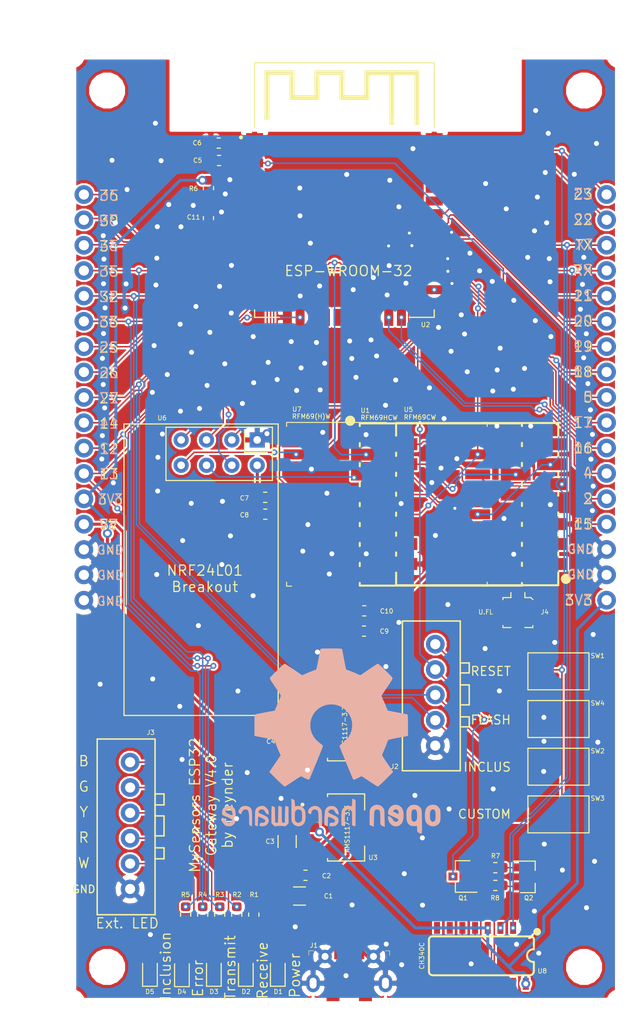
<source format=kicad_pcb>
(kicad_pcb (version 20171130) (host pcbnew 6.0.0-rc1-unknown-a6325aa~66~ubuntu18.04.1)
  (title_block (title "ESP32 MySensors Gateway") (rev v3) (company freynder))
  (layers (0 F.Cu signal) (31 B.Cu signal) (34 B.Paste user) (35 F.Paste user) (36 B.SilkS user) (37 F.SilkS user) (38 B.Mask user) (39 F.Mask user) (44 Edge.Cuts user))
  (net 0 "")
  (net 1 GND)
  (net 2 +5V)
  (net 3 D+)
  (net 4 D-)
  (net 5 RFMANT)
  (net 6 DTR)
  (net 7 IO0)
  (net 8 EN)
  (net 9 RTS)
  (net 10 SENSOR_VP)
  (net 11 SENSOR_VN)
  (net 12 IO34)
  (net 13 IO35)
  (net 14 IO32)
  (net 15 IO33)
  (net 16 IO25)
  (net 17 IO26)
  (net 18 IO27)
  (net 19 IO14)
  (net 20 IO12)
  (net 21 IO13)
  (net 22 IO15)
  (net 23 IO2)
  (net 24 IO4)
  (net 25 IO16)
  (net 26 CE-RST)
  (net 27 IO5)
  (net 28 IO18)
  (net 29 IO19)
  (net 30 IO21)
  (net 31 ESPRX)
  (net 32 ESPTX)
  (net 33 IO22)
  (net 34 IO23)
  (net 35 "Net-(Q1-Pad1)")
  (net 36 "Net-(Q2-Pad1)")
  (net 37 "Net-(D1-Pad2)")
  (net 38 "Net-(D2-Pad2)")
  (net 39 "Net-(D3-Pad2)")
  (net 40 "Net-(D4-Pad2)")
  (net 41 IO20)
  (net 42 "Net-(D5-Pad2)")
  (net 43 LEDB)
  (net 44 RFPOW)
  (net 45 "Net-(J1-Pad4)")
  (net 46 "Net-(U1-Pad16)")
  (net 47 "Net-(U1-Pad15)")
  (net 48 "Net-(U1-Pad12)")
  (net 49 "Net-(U1-Pad11)")
  (net 50 "Net-(U1-Pad7)")
  (net 51 "Net-(U2-Pad22)")
  (net 52 "Net-(U2-Pad21)")
  (net 53 "Net-(U2-Pad20)")
  (net 54 "Net-(U2-Pad19)")
  (net 55 "Net-(U2-Pad18)")
  (net 56 "Net-(U2-Pad17)")
  (net 57 "Net-(U5-Pad12)")
  (net 58 "Net-(U5-Pad11)")
  (net 59 "Net-(U5-Pad10)")
  (net 60 "Net-(U5-Pad4)")
  (net 61 "Net-(U7-Pad3)")
  (net 62 "Net-(U7-Pad4)")
  (net 63 "Net-(U7-Pad5)")
  (net 64 "Net-(U7-Pad6)")
  (net 65 "Net-(U7-Pad7)")
  (net 66 "Net-(U8-Pad15)")
  (net 67 "Net-(U8-Pad12)")
  (net 68 "Net-(U8-Pad11)")
  (net 69 "Net-(U8-Pad10)")
  (net 70 "Net-(U8-Pad9)")
  (net 71 "Net-(U8-Pad8)")
  (net 72 "Net-(U8-Pad7)")
  (module custom:connector-XH2.54-01x05 (layer F.Cu) (at 151.49 129.15 270)
    (fp_text reference J2 (at 7.18 4.08) (layer F.SilkS) (effects (font (size 0.4572 0.4572) (thickness 0.0762))))
    (fp_text value "Button Connector" hide)
    (pad 5 thru_hole circle (at 5.08 0 270) (size 1.8796 1.8796) (drill 1.016) (layers *.Cu *.Mask) (net 1 GND))
    (pad 4 thru_hole circle (at 2.54 0 270) (size 1.8796 1.8796) (drill 1.016) (layers *.Cu *.Mask) (net 18 IO27))
    (pad 3 thru_hole circle (at 0 0 270) (size 1.8796 1.8796) (drill 1.016) (layers *.Cu *.Mask) (net 13 IO35))
    (pad 2 thru_hole circle (at -2.54 0 270) (size 1.8796 1.8796) (drill 1.016) (layers *.Cu *.Mask) (net 7 IO0))
    (pad 1 thru_hole circle (at -5.08 0 270) (size 1.8796 1.8796) (drill 1.016) (layers *.Cu *.Mask) (net 8 EN))
  )
  (module custom:connector-XH2.54-01x06 (layer F.Cu) (at 120.904 140.97 270)
    (fp_text reference J3 (at -8.05 -2.066) (layer F.SilkS) (effects (font (size 0.4572 0.4572) (thickness 0.0762))))
    (fp_text value "Ext LED header" hide)
    (pad 6 thru_hole circle (at 7.62 0 270) (size 1.8796 1.8796) (drill 1.016) (layers *.Cu *.Mask) (net 1 GND))
    (pad 5 thru_hole circle (at 5.08 0 270) (size 1.8796 1.8796) (drill 1.016) (layers *.Cu *.Mask) (net 42 "Net-(D5-Pad2)"))
    (pad 4 thru_hole circle (at 2.54 0 270) (size 1.8796 1.8796) (drill 1.016) (layers *.Cu *.Mask) (net 40 "Net-(D4-Pad2)"))
    (pad 3 thru_hole circle (at 0 0 270) (size 1.8796 1.8796) (drill 1.016) (layers *.Cu *.Mask) (net 39 "Net-(D3-Pad2)"))
    (pad 2 thru_hole circle (at -2.54 0 270) (size 1.8796 1.8796) (drill 1.016) (layers *.Cu *.Mask) (net 38 "Net-(D2-Pad2)"))
    (pad 1 thru_hole circle (at -5.08 0 270) (size 1.8796 1.8796) (drill 1.016) (layers *.Cu *.Mask) (net 37 "Net-(D1-Pad2)"))
  )
  (module ESP_WROOM_32:MODULE_ESP-WROOM-32 (layer F.Cu) (at 142.38 81.58)
    (fp_text reference U2 (at 8.13 10.49) (layer F.SilkS) (effects (font (size 0.4572 0.4572) (thickness 0.0762))))
    (fp_text value ESP-WROOM-32 (at 0.41629 5.10227) (layer F.SilkS) (effects (font (size 1.016 1.016) (thickness 0.127))))
    (pad 1.1 smd rect (at 0.7 -0.845) (size 4 4) (layers F.Cu F.Paste F.Mask) (net 1 GND))
    (pad 38 smd rect (at 9 -8.255 180) (size 1.7 0.9) (layers F.Cu F.Paste F.Mask) (net 1 GND))
    (pad 37 smd rect (at 9 -6.985 180) (size 1.7 0.9) (layers F.Cu F.Paste F.Mask) (net 34 IO23))
    (pad 36 smd rect (at 9 -5.715 180) (size 1.7 0.9) (layers F.Cu F.Paste F.Mask) (net 33 IO22))
    (pad 35 smd rect (at 9 -4.445 180) (size 1.7 0.9) (layers F.Cu F.Paste F.Mask) (net 32 ESPTX))
    (pad 34 smd rect (at 9 -3.175 180) (size 1.7 0.9) (layers F.Cu F.Paste F.Mask) (net 31 ESPRX))
    (pad 33 smd rect (at 9 -1.905 180) (size 1.7 0.9) (layers F.Cu F.Paste F.Mask) (net 30 IO21))
    (pad 32 smd rect (at 9 -0.635 180) (size 1.7 0.9) (layers F.Cu F.Paste F.Mask) (net 41 IO20))
    (pad 31 smd rect (at 9 0.635 180) (size 1.7 0.9) (layers F.Cu F.Paste F.Mask) (net 29 IO19))
    (pad 30 smd rect (at 9 1.905 180) (size 1.7 0.9) (layers F.Cu F.Paste F.Mask) (net 28 IO18))
    (pad 29 smd rect (at 9 3.175 180) (size 1.7 0.9) (layers F.Cu F.Paste F.Mask) (net 27 IO5))
    (pad 28 smd rect (at 9 4.445 180) (size 1.7 0.9) (layers F.Cu F.Paste F.Mask) (net 26 CE-RST))
    (pad 27 smd rect (at 9 5.715 180) (size 1.7 0.9) (layers F.Cu F.Paste F.Mask) (net 25 IO16))
    (pad 26 smd rect (at 9 6.985 180) (size 1.7 0.9) (layers F.Cu F.Paste F.Mask) (net 24 IO4))
    (pad 25 smd rect (at 9 8.255 180) (size 1.7 0.9) (layers F.Cu F.Paste F.Mask) (net 7 IO0))
    (pad 24 smd rect (at 5.715 9.755 90) (size 1.7 0.9) (layers F.Cu F.Paste F.Mask) (net 23 IO2))
    (pad 23 smd rect (at 4.445 9.755 90) (size 1.7 0.9) (layers F.Cu F.Paste F.Mask) (net 22 IO15))
    (pad 22 smd rect (at 3.175 9.755 90) (size 1.7 0.9) (layers F.Cu F.Paste F.Mask) (net 51 "Net-(U2-Pad22)"))
    (pad 21 smd rect (at 1.905 9.755 90) (size 1.7 0.9) (layers F.Cu F.Paste F.Mask) (net 52 "Net-(U2-Pad21)"))
    (pad 20 smd rect (at 0.635 9.755 90) (size 1.7 0.9) (layers F.Cu F.Paste F.Mask) (net 53 "Net-(U2-Pad20)"))
    (pad 19 smd rect (at -0.635 9.755 90) (size 1.7 0.9) (layers F.Cu F.Paste F.Mask) (net 54 "Net-(U2-Pad19)"))
    (pad 18 smd rect (at -1.905 9.755 90) (size 1.7 0.9) (layers F.Cu F.Paste F.Mask) (net 55 "Net-(U2-Pad18)"))
    (pad 17 smd rect (at -3.175 9.755 90) (size 1.7 0.9) (layers F.Cu F.Paste F.Mask) (net 56 "Net-(U2-Pad17)"))
    (pad 16 smd rect (at -4.445 9.755 90) (size 1.7 0.9) (layers F.Cu F.Paste F.Mask) (net 21 IO13))
    (pad 15 smd rect (at -5.715 9.755 90) (size 1.7 0.9) (layers F.Cu F.Paste F.Mask) (net 1 GND))
    (pad 14 smd rect (at -9 8.255) (size 1.7 0.9) (layers F.Cu F.Paste F.Mask) (net 20 IO12))
    (pad 13 smd rect (at -9 6.985) (size 1.7 0.9) (layers F.Cu F.Paste F.Mask) (net 19 IO14))
    (pad 12 smd rect (at -9 5.715) (size 1.7 0.9) (layers F.Cu F.Paste F.Mask) (net 18 IO27))
    (pad 11 smd rect (at -9 4.445) (size 1.7 0.9) (layers F.Cu F.Paste F.Mask) (net 17 IO26))
    (pad 10 smd rect (at -9 3.175) (size 1.7 0.9) (layers F.Cu F.Paste F.Mask) (net 16 IO25))
    (pad 9 smd rect (at -9 1.905) (size 1.7 0.9) (layers F.Cu F.Paste F.Mask) (net 15 IO33))
    (pad 8 smd rect (at -9 0.635) (size 1.7 0.9) (layers F.Cu F.Paste F.Mask) (net 14 IO32))
    (pad 7 smd rect (at -9 -0.635) (size 1.7 0.9) (layers F.Cu F.Paste F.Mask) (net 13 IO35))
    (pad 6 smd rect (at -9 -1.905) (size 1.7 0.9) (layers F.Cu F.Paste F.Mask) (net 12 IO34))
    (pad 5 smd rect (at -9 -3.175) (size 1.7 0.9) (layers F.Cu F.Paste F.Mask) (net 11 SENSOR_VN))
    (pad 4 smd rect (at -9 -4.445) (size 1.7 0.9) (layers F.Cu F.Paste F.Mask) (net 10 SENSOR_VP))
    (pad 3 smd rect (at -9 -5.715) (size 1.7 0.9) (layers F.Cu F.Paste F.Mask) (net 8 EN))
    (pad 2 smd rect (at -9 -6.985) (size 1.7 0.9) (layers F.Cu F.Paste F.Mask) (net 43 LEDB))
    (pad 1 smd rect (at -9 -8.255) (size 1.7 0.9) (layers F.Cu F.Paste F.Mask) (net 1 GND))
  )
  (module RF_Module:nRF24L01_Breakout (layer F.Cu) (at 133.64 103.61 270)
    (fp_text reference U6 (at -2.2 9.53) (layer F.SilkS) (effects (font (size 0.4572 0.4572) (thickness 0.0762))))
    (fp_text value NRF24L01_Breakout)
    (pad 8 thru_hole circle (at 2.54 7.62 270) (size 1.524 1.524) (drill 0.762) (layers *.Cu *.Mask) (net 25 IO16))
    (pad 7 thru_hole circle (at 0 7.62 270) (size 1.524 1.524) (drill 0.762) (layers *.Cu *.Mask) (net 29 IO19))
    (pad 6 thru_hole circle (at 2.54 5.08 270) (size 1.524 1.524) (drill 0.762) (layers *.Cu *.Mask) (net 34 IO23))
    (pad 5 thru_hole circle (at 0 5.08 270) (size 1.524 1.524) (drill 0.762) (layers *.Cu *.Mask) (net 28 IO18))
    (pad 4 thru_hole circle (at 2.54 2.54 270) (size 1.524 1.524) (drill 0.762) (layers *.Cu *.Mask) (net 27 IO5))
    (pad 3 thru_hole circle (at 0 2.54 270) (size 1.524 1.524) (drill 0.762) (layers *.Cu *.Mask) (net 26 CE-RST))
    (pad 2 thru_hole circle (at 2.54 0 270) (size 1.524 1.524) (drill 0.762) (layers *.Cu *.Mask) (net 44 RFPOW))
    (pad 1 thru_hole rect (at 0 0 270) (size 1.524 1.524) (drill 0.762) (layers *.Cu *.Mask) (net 1 GND))
  )
  (module custom:HOPERF_RFM69HW-MINPADS (layer F.Cu) (at 146.636 110.058)
    (fp_text reference U7 (at -9.016 -9.518) (layer F.SilkS) (effects (font (size 0.4572 0.4572) (thickness 0.0762))))
    (fp_text value "RFM69(H)W")
    (pad 1 smd rect (at -9.1 -7) (size 2.5 1) (layers F.Cu F.Paste F.Mask) (net 26 CE-RST))
    (pad 2 smd rect (at -9.1 -5) (size 2.5 1) (layers F.Cu F.Paste F.Mask) (net 25 IO16))
    (pad 8 smd rect (at -9.1 7) (size 2.5 1) (layers F.Cu F.Paste F.Mask) (net 44 RFPOW))
    (pad 9 smd rect (at 9.1 7) (size 2.5 1) (layers F.Cu F.Paste F.Mask) (net 1 GND))
    (pad 10 smd rect (at 9.1 5) (size 2.5 1) (layers F.Cu F.Paste F.Mask) (net 5 RFMANT))
    (pad 11 smd rect (at 9.1 3) (size 2.5 1) (layers F.Cu F.Paste F.Mask) (net 1 GND))
    (pad 12 smd rect (at 9.1 1) (size 2.5 1) (layers F.Cu F.Paste F.Mask) (net 28 IO18))
    (pad 13 smd rect (at 9.1 -1) (size 2.5 1) (layers F.Cu F.Paste F.Mask) (net 29 IO19))
    (pad 14 smd rect (at 9.1 -3) (size 2.5 1) (layers F.Cu F.Paste F.Mask) (net 34 IO23))
    (pad 15 smd rect (at 9.1 -5) (size 2.5 1) (layers F.Cu F.Paste F.Mask) (net 27 IO5))
  )
  (module custom:RFM69CW-XXXS2-MINPADS (layer F.Cu) (at 155.68792 110.04004 180)
    (fp_text reference U5 (at 6.891805 9.47004 180) (layer F.SilkS) (effects (font (size 0.4572 0.4572) (thickness 0.0762))))
    (fp_text value RFM69CW (at 5.73792 8.70004 180) (layer F.SilkS) (effects (font (size 0.4572 0.4572) (thickness 0.0762))))
    (pad 14 smd rect (at 7.49808 -5.99948 180) (size 2.99974 1.19888) (layers F.Cu F.Paste F.Mask) (net 1 GND))
    (pad 13 smd rect (at 7.49808 -3.99796 180) (size 2.99974 1.19888) (layers F.Cu F.Paste F.Mask) (net 26 CE-RST))
    (pad 9 smd rect (at 7.49808 3.99796 180) (size 2.99974 1.19888) (layers F.Cu F.Paste F.Mask) (net 25 IO16))
    (pad 8 smd rect (at 7.49808 5.99948 180) (size 2.99974 1.19888) (layers F.Cu F.Paste F.Mask) (net 29 IO19))
    (pad 7 smd rect (at -7.49808 5.99948 180) (size 2.99974 1.19888) (layers F.Cu F.Paste F.Mask) (net 27 IO5))
    (pad 6 smd rect (at -7.49808 3.99796 180) (size 2.99974 1.19888) (layers F.Cu F.Paste F.Mask) (net 28 IO18))
    (pad 5 smd rect (at -7.49808 1.99898 180) (size 2.99974 1.19888) (layers F.Cu F.Paste F.Mask) (net 34 IO23))
    (pad 3 smd rect (at -7.49808 -1.99898 180) (size 2.99974 1.19888) (layers F.Cu F.Paste F.Mask) (net 1 GND))
    (pad 2 smd rect (at -7.49808 -3.99796 180) (size 2.99974 1.19888) (layers F.Cu F.Paste F.Mask) (net 44 RFPOW))
    (pad 1 smd rect (at -7.49808 -5.99948 180) (size 2.99974 1.19888) (layers F.Cu F.Paste F.Mask) (net 5 RFMANT))
  )
  (module custom:RFM69HCW-XXXS2-MINPADS (layer F.Cu) (at 152.046 110.078)
    (fp_text reference U1 (at -7.576 -9.418) (layer F.SilkS) (effects (font (size 0.4572 0.4572) (thickness 0.0762))))
    (fp_text value RFM69HCW (at -6.182629 -8.698 180) (layer F.SilkS) (effects (font (size 0.4572 0.4572) (thickness 0.0762))))
    (pad 14 smd rect (at 7.49808 -2.99974) (size 2.99974 1.19888) (layers F.Cu F.Paste F.Mask) (net 25 IO16))
    (pad 13 smd rect (at 7.49808 -0.99822) (size 2.99974 1.19888) (layers F.Cu F.Paste F.Mask) (net 44 RFPOW))
    (pad 10 smd rect (at 7.49808 4.99872) (size 2.99974 1.19888) (layers F.Cu F.Paste F.Mask) (net 1 GND))
    (pad 9 smd rect (at 7.49808 6.9977) (size 2.99974 1.19888) (layers F.Cu F.Paste F.Mask) (net 5 RFMANT))
    (pad 8 smd rect (at -7.49808 6.9977) (size 2.99974 1.19888) (layers F.Cu F.Paste F.Mask) (net 1 GND))
    (pad 6 smd rect (at -7.49808 2.99974) (size 2.99974 1.19888) (layers F.Cu F.Paste F.Mask) (net 26 CE-RST))
    (pad 5 smd rect (at -7.49808 0.99822) (size 2.99974 1.19888) (layers F.Cu F.Paste F.Mask) (net 27 IO5))
    (pad 4 smd rect (at -7.49808 -0.99822) (size 2.99974 1.19888) (layers F.Cu F.Paste F.Mask) (net 28 IO18))
    (pad 3 smd rect (at -7.49808 -2.99974) (size 2.99974 1.19888) (layers F.Cu F.Paste F.Mask) (net 34 IO23))
    (pad 2 smd rect (at -7.49808 -4.99872) (size 2.99974 1.19888) (layers F.Cu F.Paste F.Mask) (net 29 IO19))
    (pad 1 smd rect (at -7.49808 -6.9977) (size 2.99974 1.19888) (layers F.Cu F.Paste F.Mask) (net 1 GND))
  )
  (module custom:AMS1117-3.3 (layer F.Cu) (at 142.55 132.4 270)
    (fp_text reference U4 (at 3.09 -2.7) (layer F.SilkS) (effects (font (size 0.4572 0.4572) (thickness 0.0762))))
    (fp_text value AMS1117-3.3 (at 0.22 0.13 270) (layer F.SilkS) (effects (font (size 0.4572 0.4572) (thickness 0.0762))))
    (pad 4 smd rect (at 0 -3.345 270) (size 3.24 1.31) (layers F.Cu F.Paste F.Mask))
    (pad 3 smd rect (at 2.29 3.345 270) (size 0.93 1.31) (layers F.Cu F.Paste F.Mask) (net 2 +5V))
    (pad 2 smd rect (at 0 3.345 270) (size 0.93 1.31) (layers F.Cu F.Paste F.Mask) (net 44 RFPOW))
    (pad 1 smd rect (at -2.29 3.345 270) (size 0.93 1.31) (layers F.Cu F.Paste F.Mask) (net 1 GND))
  )
  (module Capacitor_SMD:C_0603_1608Metric (layer F.Cu) (at 144.37 120.73 180)
    (fp_text reference C10 (at -2.24 -0.03 180) (layer F.SilkS) (effects (font (size 0.4572 0.4572) (thickness 0.0762))))
    (fp_text value 10uF)
    (pad 2 smd roundrect (at 0.7875 0 180) (size 0.875 0.95) (layers F.Cu F.Paste F.Mask) (net 44 RFPOW))
    (pad 1 smd roundrect (at -0.7875 0 180) (size 0.875 0.95) (layers F.Cu F.Paste F.Mask) (net 1 GND))
  )
  (module Capacitor_SMD:C_1206_3216Metric (layer F.Cu) (at 136.76 133.8 270)
    (fp_text reference C4 (at 0.01 1.76) (layer F.SilkS) (effects (font (size 0.4572 0.4572) (thickness 0.0762))))
    (fp_text value 22uF)
    (pad 2 smd roundrect (at 1.4 0 270) (size 1.25 1.75) (layers F.Cu F.Paste F.Mask) (roundrect_rratio 0.2) (net 1 GND))
    (pad 1 smd roundrect (at -1.4 0 270) (size 1.25 1.75) (layers F.Cu F.Paste F.Mask) (roundrect_rratio 0.2) (net 44 RFPOW))
  )
  (module Capacitor_SMD:C_0603_1608Metric (layer F.Cu) (at 138.48 147.22 180)
    (fp_text reference C2 (at -2.1 -0.06 180) (layer F.SilkS) (effects (font (size 0.4572 0.4572) (thickness 0.0762))))
    (fp_text value 0.1uF)
    (pad 2 smd roundrect (at 0.7875 0 180) (size 0.875 0.95) (layers F.Cu F.Paste F.Mask) (net 1 GND))
    (pad 1 smd roundrect (at -0.7875 0 180) (size 0.875 0.95) (layers F.Cu F.Paste F.Mask) (net 2 +5V))
  )
  (module Capacitor_SMD:C_1206_3216Metric (layer F.Cu) (at 137.88 149.3 180)
    (fp_text reference C1 (at -2.9 0 180) (layer F.SilkS) (effects (font (size 0.4572 0.4572) (thickness 0.0762))))
    (fp_text value 4.7uF)
    (pad 2 smd roundrect (at 1.4 0 180) (size 1.25 1.75) (layers F.Cu F.Paste F.Mask) (roundrect_rratio 0.2) (net 1 GND))
    (pad 1 smd roundrect (at -1.4 0 180) (size 1.25 1.75) (layers F.Cu F.Paste F.Mask) (roundrect_rratio 0.2) (net 2 +5V))
  )
  (module Capacitor_SMD:C_0603_1608Metric (layer F.Cu) (at 144.34 122.76 180)
    (fp_text reference C9 (at -2.04 -0.02 180) (layer F.SilkS) (effects (font (size 0.4572 0.4572) (thickness 0.0762))))
    (fp_text value 0.1uF)
    (pad 2 smd roundrect (at 0.7875 0 180) (size 0.875 0.95) (layers F.Cu F.Paste F.Mask) (net 44 RFPOW))
    (pad 1 smd roundrect (at -0.7875 0 180) (size 0.875 0.95) (layers F.Cu F.Paste F.Mask) (net 1 GND))
  )
  (module Resistor_SMD:R_0603_1608Metric (layer F.Cu) (at 126.47 151.158 90)
    (fp_text reference R5 (at 1.999525 -0.01 180) (layer F.SilkS) (effects (font (size 0.4572 0.4572) (thickness 0.0762))))
    (fp_text value 22)
    (pad 2 smd roundrect (at 0.7875 0 90) (size 0.875 0.95) (layers F.Cu F.Paste F.Mask) (net 21 IO13))
    (pad 1 smd roundrect (at -0.7875 0 90) (size 0.875 0.95) (layers F.Cu F.Paste F.Mask) (net 42 "Net-(D5-Pad2)"))
  )
  (module Resistor_SMD:R_0603_1608Metric (layer F.Cu) (at 128.754999 78.385001 270)
    (fp_text reference R6 (at 0.044999 1.494999) (layer F.SilkS) (effects (font (size 0.4572 0.4572) (thickness 0.0762))))
    (fp_text value 10K)
    (pad 2 smd roundrect (at 0.7875 0 270) (size 0.875 0.95) (layers F.Cu F.Paste F.Mask) (net 8 EN))
    (pad 1 smd roundrect (at -0.7875 0 270) (size 0.875 0.95) (layers F.Cu F.Paste F.Mask) (net 43 LEDB))
  )
  (module Resistor_SMD:R_0603_1608Metric (layer F.Cu) (at 133.3 151.158 90)
    (fp_text reference R1 (at 1.999525 0.03634 180) (layer F.SilkS) (effects (font (size 0.4572 0.4572) (thickness 0.0762))))
    (fp_text value 22)
    (pad 2 smd roundrect (at 0.7875 0 90) (size 0.875 0.95) (layers F.Cu F.Paste F.Mask) (net 43 LEDB))
    (pad 1 smd roundrect (at -0.7875 0 90) (size 0.875 0.95) (layers F.Cu F.Paste F.Mask) (net 37 "Net-(D1-Pad2)"))
  )
  (module Resistor_SMD:R_0603_1608Metric (layer F.Cu) (at 131.5925 151.158 90)
    (fp_text reference R2 (at 1.999525 0.024755 180) (layer F.SilkS) (effects (font (size 0.4572 0.4572) (thickness 0.0762))))
    (fp_text value 22)
    (pad 2 smd roundrect (at 0.7875 0 90) (size 0.875 0.95) (layers F.Cu F.Paste F.Mask) (net 20 IO12))
    (pad 1 smd roundrect (at -0.7875 0 90) (size 0.875 0.95) (layers F.Cu F.Paste F.Mask) (net 38 "Net-(D2-Pad2)"))
  )
  (module Resistor_SMD:R_0603_1608Metric (layer F.Cu) (at 129.885 151.158 90)
    (fp_text reference R3 (at 1.999525 0.01317 180) (layer F.SilkS) (effects (font (size 0.4572 0.4572) (thickness 0.0762))))
    (fp_text value 120)
    (pad 2 smd roundrect (at 0.7875 0 90) (size 0.875 0.95) (layers F.Cu F.Paste F.Mask) (net 15 IO33))
    (pad 1 smd roundrect (at -0.7875 0 90) (size 0.875 0.95) (layers F.Cu F.Paste F.Mask) (net 39 "Net-(D3-Pad2)"))
  )
  (module Resistor_SMD:R_0603_1608Metric (layer F.Cu) (at 128.1775 151.158 90)
    (fp_text reference R4 (at 1.999525 0.001585 180) (layer F.SilkS) (effects (font (size 0.4572 0.4572) (thickness 0.0762))))
    (fp_text value 120)
    (pad 2 smd roundrect (at 0.7875 0 90) (size 0.875 0.95) (layers F.Cu F.Paste F.Mask) (net 14 IO32))
    (pad 1 smd roundrect (at -0.7875 0 90) (size 0.875 0.95) (layers F.Cu F.Paste F.Mask) (net 40 "Net-(D4-Pad2)"))
  )
  (module Resistor_SMD:R_0603_1608Metric (layer F.Cu) (at 157.50536 146.459973 180)
    (fp_text reference R7 (at -0.02464 1.179973 180) (layer F.SilkS) (effects (font (size 0.4572 0.4572) (thickness 0.0762))))
    (fp_text value 12K)
    (pad 2 smd roundrect (at 0.7875 0 180) (size 0.875 0.95) (layers F.Cu F.Paste F.Mask) (net 6 DTR))
    (pad 1 smd roundrect (at -0.7875 0 180) (size 0.875 0.95) (layers F.Cu F.Paste F.Mask) (net 36 "Net-(Q2-Pad1)"))
  )
  (module Resistor_SMD:R_0603_1608Metric (layer F.Cu) (at 157.50536 148.237973 180)
    (fp_text reference R8 (at 0.02536 -1.252027 180) (layer F.SilkS) (effects (font (size 0.4572 0.4572) (thickness 0.0762))))
    (fp_text value 12K)
    (pad 2 smd roundrect (at 0.7875 0 180) (size 0.875 0.95) (layers F.Cu F.Paste F.Mask) (net 35 "Net-(Q1-Pad1)"))
    (pad 1 smd roundrect (at -0.7875 0 180) (size 0.875 0.95) (layers F.Cu F.Paste F.Mask) (net 9 RTS))
  )
  (module LED_SMD:LED_0603_1608Metric (layer F.Cu) (at 126.0945 156.89 90)
    (fp_text reference D4 (at -1.99 0.0005) (layer F.SilkS) (effects (font (size 0.4572 0.4572) (thickness 0.0762))))
    (fp_text value "LED RED")
    (pad 2 smd roundrect (at 0.7875 0 90) (size 0.875 0.95) (layers F.Cu F.Paste F.Mask) (net 40 "Net-(D4-Pad2)"))
    (pad 1 smd roundrect (at -0.7875 0 90) (size 0.875 0.95) (layers F.Cu F.Paste F.Mask) (net 1 GND))
  )
  (module LED_SMD:LED_0603_1608Metric (layer F.Cu) (at 129.297 156.85 90)
    (fp_text reference D3 (at -2.03 0.013 180) (layer F.SilkS) (effects (font (size 0.4572 0.4572) (thickness 0.0762))))
    (fp_text value "LED YELLOW")
    (pad 2 smd roundrect (at 0.7875 0 90) (size 0.875 0.95) (layers F.Cu F.Paste F.Mask) (net 39 "Net-(D3-Pad2)"))
    (pad 1 smd roundrect (at -0.7875 0 90) (size 0.875 0.95) (layers F.Cu F.Paste F.Mask) (net 1 GND))
  )
  (module LED_SMD:LED_0603_1608Metric (layer F.Cu) (at 132.4995 156.85 90)
    (fp_text reference D2 (at -2.03 0.0255 180) (layer F.SilkS) (effects (font (size 0.4572 0.4572) (thickness 0.0762))))
    (fp_text value "LED GREEN")
    (pad 2 smd roundrect (at 0.7875 0 90) (size 0.875 0.95) (layers F.Cu F.Paste F.Mask) (net 38 "Net-(D2-Pad2)"))
    (pad 1 smd roundrect (at -0.7875 0 90) (size 0.875 0.95) (layers F.Cu F.Paste F.Mask) (net 1 GND))
  )
  (module LED_SMD:LED_0603_1608Metric (layer F.Cu) (at 135.702 156.85 90)
    (fp_text reference D1 (at -2.03 0.038 180) (layer F.SilkS) (effects (font (size 0.4572 0.4572) (thickness 0.0762))))
    (fp_text value "LED BLUE")
    (pad 2 smd roundrect (at 0.7875 0 90) (size 0.875 0.95) (layers F.Cu F.Paste F.Mask) (net 37 "Net-(D1-Pad2)"))
    (pad 1 smd roundrect (at -0.7875 0 90) (size 0.875 0.95) (layers F.Cu F.Paste F.Mask) (net 1 GND))
  )
  (module LED_SMD:LED_0603_1608Metric (layer F.Cu) (at 122.892 156.85 90)
    (fp_text reference D5 (at -2.03 -0.012 180) (layer F.SilkS) (effects (font (size 0.4572 0.4572) (thickness 0.0762))))
    (fp_text value "LED WHITE")
    (pad 1 smd roundrect (at -0.7875 0 90) (size 0.875 0.95) (layers F.Cu F.Paste F.Mask) (net 1 GND))
    (pad 2 smd roundrect (at 0.7875 0 90) (size 0.875 0.95) (layers F.Cu F.Paste F.Mask) (net 42 "Net-(D5-Pad2)"))
  )
  (module Capacitor_SMD:C_0603_1608Metric (layer F.Cu) (at 128.754999 81.395001 90)
    (fp_text reference C11 (at 0.095001 -1.494999 180) (layer F.SilkS) (effects (font (size 0.4572 0.4572) (thickness 0.0762))))
    (fp_text value 0.1uF)
    (pad 2 smd roundrect (at 0.7875 0 90) (size 0.875 0.95) (layers F.Cu F.Paste F.Mask) (net 8 EN))
    (pad 1 smd roundrect (at -0.7875 0 90) (size 0.875 0.95) (layers F.Cu F.Paste F.Mask) (net 1 GND))
  )
  (module Capacitor_SMD:C_0603_1608Metric (layer F.Cu) (at 134.44 109.36 180)
    (fp_text reference C7 (at 2.08 -0.08 180) (layer F.SilkS) (effects (font (size 0.4572 0.4572) (thickness 0.0762))))
    (fp_text value 10nF)
    (pad 2 smd roundrect (at 0.7875 0 180) (size 0.875 0.95) (layers F.Cu F.Paste F.Mask) (net 44 RFPOW))
    (pad 1 smd roundrect (at -0.7875 0 180) (size 0.875 0.95) (layers F.Cu F.Paste F.Mask) (net 1 GND))
  )
  (module Capacitor_SMD:C_0603_1608Metric (layer F.Cu) (at 134.45 111.05 180)
    (fp_text reference C8 (at 2.09 -0.08 180) (layer F.SilkS) (effects (font (size 0.4572 0.4572) (thickness 0.0762))))
    (fp_text value 1nF)
    (pad 2 smd roundrect (at 0.7875 0 180) (size 0.875 0.95) (layers F.Cu F.Paste F.Mask) (net 44 RFPOW))
    (pad 1 smd roundrect (at -0.7875 0 180) (size 0.875 0.95) (layers F.Cu F.Paste F.Mask) (net 1 GND))
  )
  (module Button_Switch_SMD:SW_SPST_CK_RS282G05A3 (layer F.Cu) (at 163.83 136.343332)
    (fp_text reference SW2 (at 3.93 -1.573332) (layer F.SilkS) (effects (font (size 0.4572 0.4572) (thickness 0.0762))))
    (fp_text value SW_INCLUSION hide)
    (pad 2 smd rect (at 3.9 0) (size 1.5 1.5) (layers F.Cu F.Paste F.Mask) (net 1 GND))
    (pad 1 smd rect (at -3.9 0) (size 1.5 1.5) (layers F.Cu F.Paste F.Mask) (net 13 IO35))
  )
  (module Button_Switch_SMD:SW_SPST_CK_RS282G05A3 (layer F.Cu) (at 163.83 141.12)
    (fp_text reference SW3 (at 3.93 -1.61) (layer F.SilkS) (effects (font (size 0.4572 0.4572) (thickness 0.0762))))
    (fp_text value SW_GEN1 hide)
    (pad 2 smd rect (at 3.9 0) (size 1.5 1.5) (layers F.Cu F.Paste F.Mask) (net 1 GND))
    (pad 1 smd rect (at -3.9 0) (size 1.5 1.5) (layers F.Cu F.Paste F.Mask) (net 18 IO27))
  )
  (module "Sparkfun Connectors:1X17_NO_SILK" (layer F.Cu) (at 168.656 119.664 90)
    (fp_text reference J6 hide)
    (fp_text value "Header Right" hide)
    (pad 17 thru_hole circle (at 40.64 0 90) (size 1.8796 1.8796) (drill 1.016) (layers *.Cu *.Mask) (net 34 IO23))
    (pad 16 thru_hole circle (at 38.1 0 90) (size 1.8796 1.8796) (drill 1.016) (layers *.Cu *.Mask) (net 33 IO22))
    (pad 15 thru_hole circle (at 35.56 0 90) (size 1.8796 1.8796) (drill 1.016) (layers *.Cu *.Mask) (net 32 ESPTX))
    (pad 14 thru_hole circle (at 33.02 0 90) (size 1.8796 1.8796) (drill 1.016) (layers *.Cu *.Mask) (net 31 ESPRX))
    (pad 13 thru_hole circle (at 30.48 0 90) (size 1.8796 1.8796) (drill 1.016) (layers *.Cu *.Mask) (net 30 IO21))
    (pad 12 thru_hole circle (at 27.94 0 90) (size 1.8796 1.8796) (drill 1.016) (layers *.Cu *.Mask) (net 41 IO20))
    (pad 11 thru_hole circle (at 25.4 0 90) (size 1.8796 1.8796) (drill 1.016) (layers *.Cu *.Mask) (net 29 IO19))
    (pad 10 thru_hole circle (at 22.86 0 90) (size 1.8796 1.8796) (drill 1.016) (layers *.Cu *.Mask) (net 28 IO18))
    (pad 9 thru_hole circle (at 20.32 0 90) (size 1.8796 1.8796) (drill 1.016) (layers *.Cu *.Mask) (net 27 IO5))
    (pad 8 thru_hole circle (at 17.78 0 90) (size 1.8796 1.8796) (drill 1.016) (layers *.Cu *.Mask) (net 26 CE-RST))
    (pad 7 thru_hole circle (at 15.24 0 90) (size 1.8796 1.8796) (drill 1.016) (layers *.Cu *.Mask) (net 25 IO16))
    (pad 6 thru_hole circle (at 12.7 0 90) (size 1.8796 1.8796) (drill 1.016) (layers *.Cu *.Mask) (net 24 IO4))
    (pad 5 thru_hole circle (at 10.16 0 90) (size 1.8796 1.8796) (drill 1.016) (layers *.Cu *.Mask) (net 23 IO2))
    (pad 4 thru_hole circle (at 7.62 0 90) (size 1.8796 1.8796) (drill 1.016) (layers *.Cu *.Mask) (net 22 IO15))
    (pad 3 thru_hole circle (at 5.08 0 90) (size 1.8796 1.8796) (drill 1.016) (layers *.Cu *.Mask) (net 1 GND))
    (pad 2 thru_hole circle (at 2.54 0 90) (size 1.8796 1.8796) (drill 1.016) (layers *.Cu *.Mask) (net 1 GND))
    (pad 1 thru_hole circle (at 0 0 90) (size 1.8796 1.8796) (drill 1.016) (layers *.Cu *.Mask) (net 43 LEDB))
  )
  (module "Sparkfun Connectors:1X17_NO_SILK" (layer F.Cu) (at 116.27 79.03 270)
    (fp_text reference J5 hide)
    (fp_text value "Header Left" hide)
    (pad 17 thru_hole circle (at 40.64 0 270) (size 1.8796 1.8796) (drill 1.016) (layers *.Cu *.Mask) (net 1 GND))
    (pad 16 thru_hole circle (at 38.1 0 270) (size 1.8796 1.8796) (drill 1.016) (layers *.Cu *.Mask) (net 1 GND))
    (pad 15 thru_hole circle (at 35.56 0 270) (size 1.8796 1.8796) (drill 1.016) (layers *.Cu *.Mask) (net 1 GND))
    (pad 14 thru_hole circle (at 33.02 0 270) (size 1.8796 1.8796) (drill 1.016) (layers *.Cu *.Mask) (net 2 +5V))
    (pad 13 thru_hole circle (at 30.48 0 270) (size 1.8796 1.8796) (drill 1.016) (layers *.Cu *.Mask) (net 43 LEDB))
    (pad 12 thru_hole circle (at 27.94 0 270) (size 1.8796 1.8796) (drill 1.016) (layers *.Cu *.Mask) (net 21 IO13))
    (pad 11 thru_hole circle (at 25.4 0 270) (size 1.8796 1.8796) (drill 1.016) (layers *.Cu *.Mask) (net 20 IO12))
    (pad 10 thru_hole circle (at 22.86 0 270) (size 1.8796 1.8796) (drill 1.016) (layers *.Cu *.Mask) (net 19 IO14))
    (pad 9 thru_hole circle (at 20.32 0 270) (size 1.8796 1.8796) (drill 1.016) (layers *.Cu *.Mask) (net 18 IO27))
    (pad 8 thru_hole circle (at 17.78 0 270) (size 1.8796 1.8796) (drill 1.016) (layers *.Cu *.Mask) (net 17 IO26))
    (pad 7 thru_hole circle (at 15.24 0 270) (size 1.8796 1.8796) (drill 1.016) (layers *.Cu *.Mask) (net 16 IO25))
    (pad 6 thru_hole circle (at 12.7 0 270) (size 1.8796 1.8796) (drill 1.016) (layers *.Cu *.Mask) (net 15 IO33))
    (pad 5 thru_hole circle (at 10.16 0 270) (size 1.8796 1.8796) (drill 1.016) (layers *.Cu *.Mask) (net 14 IO32))
    (pad 4 thru_hole circle (at 7.62 0 270) (size 1.8796 1.8796) (drill 1.016) (layers *.Cu *.Mask) (net 13 IO35))
    (pad 3 thru_hole circle (at 5.08 0 270) (size 1.8796 1.8796) (drill 1.016) (layers *.Cu *.Mask) (net 12 IO34))
    (pad 2 thru_hole circle (at 2.54 0 270) (size 1.8796 1.8796) (drill 1.016) (layers *.Cu *.Mask) (net 11 SENSOR_VN))
    (pad 1 thru_hole circle (at 0 0 270) (size 1.8796 1.8796) (drill 1.016) (layers *.Cu *.Mask) (net 10 SENSOR_VP))
  )
  (module MountingHole:MountingHole_3.2mm_M3 (layer F.Cu) (at 166.4 68.61)
    (fp_text reference MK3 hide)
    (fp_text value Mounting_Hole hide)
    (pad 1 np_thru_hole circle (at 0 0) (size 3.2 3.2) (drill 3.2) (layers *.Cu *.Mask))
  )
  (module MountingHole:MountingHole_3.2mm_M3 (layer F.Cu) (at 166.4 156.4)
    (fp_text reference MK2 hide)
    (fp_text value Mounting_Hole hide)
    (pad 1 np_thru_hole circle (at 0 0) (size 3.2 3.2) (drill 3.2) (layers *.Cu *.Mask))
  )
  (module MountingHole:MountingHole_3.2mm_M3 (layer F.Cu) (at 118.6 68.61)
    (fp_text reference MK1 hide)
    (fp_text value Mounting_Hole hide)
    (pad 1 np_thru_hole circle (at 0 0) (size 3.2 3.2) (drill 3.2) (layers *.Cu *.Mask))
  )
  (module MountingHole:MountingHole_3.2mm_M3 (layer F.Cu) (at 118.6 156.4)
    (fp_text reference MK4 hide)
    (fp_text value Mounting_Hole hide)
    (pad 1 np_thru_hole circle (at 0 0) (size 3.2 3.2) (drill 3.2) (layers *.Cu *.Mask))
  )
  (module Capacitor_SMD:C_1206_3216Metric (layer F.Cu) (at 136.64 143.84 270)
    (fp_text reference C3 (at -0.01 1.71) (layer F.SilkS) (effects (font (size 0.4572 0.4572) (thickness 0.0762))))
    (fp_text value 22uF)
    (pad 2 smd roundrect (at 1.4 0 270) (size 1.25 1.75) (layers F.Cu F.Paste F.Mask) (roundrect_rratio 0.2) (net 1 GND))
    (pad 1 smd roundrect (at -1.4 0 270) (size 1.25 1.75) (layers F.Cu F.Paste F.Mask) (roundrect_rratio 0.2) (net 43 LEDB))
  )
  (module custom:AMS1117-3.3 (layer F.Cu) (at 142.55 142.43 270)
    (fp_text reference U3 (at 3.02 -2.7) (layer F.SilkS) (effects (font (size 0.4572 0.4572) (thickness 0.0762))))
    (fp_text value AMS1117-3.3 (at 0.14 -0.11 90) (layer F.SilkS) (effects (font (size 0.4572 0.4572) (thickness 0.0762))))
    (pad 4 smd rect (at 0 -3.345 270) (size 3.24 1.31) (layers F.Cu F.Paste F.Mask))
    (pad 3 smd rect (at 2.29 3.345 270) (size 0.93 1.31) (layers F.Cu F.Paste F.Mask) (net 2 +5V))
    (pad 2 smd rect (at 0 3.345 270) (size 0.93 1.31) (layers F.Cu F.Paste F.Mask) (net 43 LEDB))
    (pad 1 smd rect (at -2.29 3.345 270) (size 0.93 1.31) (layers F.Cu F.Paste F.Mask) (net 1 GND))
  )
  (module Capacitor_SMD:C_0603_1608Metric (layer F.Cu) (at 129.82 75.62 180)
    (fp_text reference C5 (at 2.15 0.01 180) (layer F.SilkS) (effects (font (size 0.4572 0.4572) (thickness 0.0762))))
    (fp_text value 0.1uF)
    (pad 2 smd roundrect (at 0.7875 0 180) (size 0.875 0.95) (layers F.Cu F.Paste F.Mask) (net 1 GND))
    (pad 1 smd roundrect (at -0.7875 0 180) (size 0.875 0.95) (layers F.Cu F.Paste F.Mask) (net 43 LEDB))
  )
  (module Capacitor_SMD:C_0603_1608Metric (layer F.Cu) (at 129.784153 73.873299 180)
    (fp_text reference C6 (at 2.164153 0.011667 180) (layer F.SilkS) (effects (font (size 0.4572 0.4572) (thickness 0.0762))))
    (fp_text value 10uF)
    (pad 2 smd roundrect (at 0.7875 0 180) (size 0.875 0.95) (layers F.Cu F.Paste F.Mask) (net 1 GND))
    (pad 1 smd roundrect (at -0.7875 0 180) (size 0.875 0.95) (layers F.Cu F.Paste F.Mask) (net 43 LEDB))
  )
  (module custom:aliexpress_micro_USB_connector (layer F.Cu) (at 142.49 158.03 180)
    (fp_text reference J1 (at 3.17 3.79 180) (layer F.SilkS) (effects (font (size 0.4572 0.4572) (thickness 0.0762))))
    (fp_text value USB_B_Micro hide)
    (pad 6 smd rect (at 1.25 -1.35) (size 1.3 0.9) (layers F.Cu F.Paste F.Mask) (net 1 GND))
    (pad 6 smd rect (at -2 -1.35) (size 1.3 0.9) (layers F.Cu F.Paste F.Mask) (net 1 GND))
    (pad 1 smd rect (at 0.925 3.2) (size 0.4 1.6) (layers F.Cu F.Paste F.Mask) (net 2 +5V))
    (pad 2 smd rect (at 0.275 3.2) (size 0.4 1.6) (layers F.Cu F.Paste F.Mask) (net 4 D-))
    (pad 3 smd rect (at -0.375 3.2) (size 0.4 1.6) (layers F.Cu F.Paste F.Mask) (net 3 D+))
    (pad 4 smd rect (at -1.025 3.2) (size 0.4 1.6) (layers F.Cu F.Paste F.Mask) (net 45 "Net-(J1-Pad4)"))
    (pad 5 smd rect (at -1.675 3.2) (size 0.4 1.6) (layers F.Cu F.Paste F.Mask) (net 1 GND))
    (pad 6 thru_hole circle (at 2.05 2.68) (size 1.35 1.35) (drill oval 0.7) (layers *.Cu *.Mask) (net 1 GND))
    (pad 6 thru_hole circle (at -2.8 2.68) (size 1.35 1.35) (drill oval 0.7) (layers *.Cu *.Mask) (net 1 GND))
    (pad 6 thru_hole oval (at -4 0) (size 1.35 1.8) (drill oval 0.7 1.1) (layers *.Cu *.Mask) (net 1 GND))
    (pad 6 thru_hole oval (at 3.25 0) (size 1.35 1.8) (drill oval 0.7 1.1) (layers *.Cu *.Mask) (net 1 GND))
  )
  (module Connector_Coaxial:U.FL_Molex_MCRF_73412-0110_Vertical (layer F.Cu) (at 159.766 120.904 180)
    (fp_text reference J4 (at -2.694 0.054 180) (layer F.SilkS) (effects (font (size 0.4572 0.4572) (thickness 0.0762))))
    (fp_text value Conn_Coaxial hide)
    (pad 1 smd rect (at 0 1.5 180) (size 1 1) (layers F.Cu F.Paste F.Mask) (net 5 RFMANT))
    (pad 2 smd rect (at 0 -1.5 180) (size 1 1) (layers F.Cu F.Paste F.Mask) (net 1 GND))
    (pad 2 smd rect (at 1.475 0 180) (size 1.05 2.2) (layers F.Cu F.Paste F.Mask) (net 1 GND))
    (pad 2 smd rect (at -1.475 0 180) (size 1.05 2.2) (layers F.Cu F.Paste F.Mask) (net 1 GND))
  )
  (module Button_Switch_SMD:SW_SPST_CK_RS282G05A3 (layer F.Cu) (at 163.83 126.79)
    (fp_text reference SW1 (at 3.93 -1.56) (layer F.SilkS) (effects (font (size 0.4572 0.4572) (thickness 0.0762))))
    (fp_text value SW_RESET hide)
    (pad 2 smd rect (at 3.9 0) (size 1.5 1.5) (layers F.Cu F.Paste F.Mask) (net 1 GND))
    (pad 1 smd rect (at -3.9 0) (size 1.5 1.5) (layers F.Cu F.Paste F.Mask) (net 8 EN))
  )
  (module Button_Switch_SMD:SW_SPST_CK_RS282G05A3 (layer F.Cu) (at 163.83 131.566666)
    (fp_text reference SW4 (at 3.93 -1.586666) (layer F.SilkS) (effects (font (size 0.4572 0.4572) (thickness 0.0762))))
    (fp_text value SW_BOOT hide)
    (pad 2 smd rect (at 3.9 0) (size 1.5 1.5) (layers F.Cu F.Paste F.Mask) (net 1 GND))
    (pad 1 smd rect (at -3.9 0) (size 1.5 1.5) (layers F.Cu F.Paste F.Mask) (net 7 IO0))
  )
  (module "Sparkfun Silicon-Standard:SO16" (layer F.Cu) (at 156.11 155.29 180)
    (fp_text reference U8 (at -6.1 -1.52) (layer F.SilkS) (effects (font (size 0.4572 0.4572) (thickness 0.0762))))
    (fp_text value CH340C (at 5.969 0 270) (layer F.SilkS) (effects (font (size 0.4572 0.4572) (thickness 0.0762))))
    (pad 16 smd rect (at -4.445 -2.79908 180) (size 0.59944 1.19888) (layers F.Cu F.Paste F.Mask) (net 43 LEDB))
    (pad 15 smd rect (at -3.175 -2.79908 180) (size 0.59944 1.19888) (layers F.Cu F.Paste F.Mask) (net 66 "Net-(U8-Pad15)"))
    (pad 14 smd rect (at -1.905 -2.79908 180) (size 0.59944 1.19888) (layers F.Cu F.Paste F.Mask) (net 9 RTS))
    (pad 13 smd rect (at -0.635 -2.79908 180) (size 0.59944 1.19888) (layers F.Cu F.Paste F.Mask) (net 6 DTR))
    (pad 12 smd rect (at 0.635 -2.79908 180) (size 0.59944 1.19888) (layers F.Cu F.Paste F.Mask) (net 67 "Net-(U8-Pad12)"))
    (pad 11 smd rect (at 1.905 -2.79908 180) (size 0.59944 1.19888) (layers F.Cu F.Paste F.Mask) (net 68 "Net-(U8-Pad11)"))
    (pad 10 smd rect (at 3.175 -2.79908 180) (size 0.59944 1.19888) (layers F.Cu F.Paste F.Mask) (net 69 "Net-(U8-Pad10)"))
    (pad 9 smd rect (at 4.445 -2.79908 180) (size 0.59944 1.19888) (layers F.Cu F.Paste F.Mask) (net 70 "Net-(U8-Pad9)"))
    (pad 8 smd rect (at 4.445 2.79908 180) (size 0.59944 1.19888) (layers F.Cu F.Paste F.Mask) (net 71 "Net-(U8-Pad8)"))
    (pad 7 smd rect (at 3.175 2.79908 180) (size 0.59944 1.19888) (layers F.Cu F.Paste F.Mask) (net 72 "Net-(U8-Pad7)"))
    (pad 6 smd rect (at 1.905 2.79908 180) (size 0.59944 1.19888) (layers F.Cu F.Paste F.Mask) (net 4 D-))
    (pad 5 smd rect (at 0.635 2.79908 180) (size 0.59944 1.19888) (layers F.Cu F.Paste F.Mask) (net 3 D+))
    (pad 4 smd rect (at -0.635 2.79908 180) (size 0.59944 1.19888) (layers F.Cu F.Paste F.Mask) (net 43 LEDB))
    (pad 3 smd rect (at -1.905 2.79908 180) (size 0.59944 1.19888) (layers F.Cu F.Paste F.Mask) (net 32 ESPTX))
    (pad 2 smd rect (at -3.175 2.79908 180) (size 0.59944 1.19888) (layers F.Cu F.Paste F.Mask) (net 31 ESPRX))
    (pad 1 smd rect (at -4.445 2.79908 180) (size 0.59944 1.19888) (layers F.Cu F.Paste F.Mask) (net 1 GND))
  )
  (module Package_TO_SOT_SMD:SOT-23 (layer F.Cu) (at 154.26 147.34 180)
    (fp_text reference Q1 (at -0.01 -2.15 180) (layer F.SilkS) (effects (font (size 0.4572 0.4572) (thickness 0.0762))))
    (fp_text value Q_NPN_BEC hide)
    (pad 3 smd rect (at 1 0 180) (size 0.9 0.8) (layers F.Cu F.Paste F.Mask) (net 7 IO0))
    (pad 2 smd rect (at -1 0.95 180) (size 0.9 0.8) (layers F.Cu F.Paste F.Mask) (net 6 DTR))
    (pad 1 smd rect (at -1 -0.95 180) (size 0.9 0.8) (layers F.Cu F.Paste F.Mask) (net 35 "Net-(Q1-Pad1)"))
  )
  (module Package_TO_SOT_SMD:SOT-23 (layer F.Cu) (at 160.74 147.38)
    (fp_text reference Q2 (at 0.11 2.11) (layer F.SilkS) (effects (font (size 0.4572 0.4572) (thickness 0.0762))))
    (fp_text value Q_NPN_BEC hide)
    (pad 3 smd rect (at 1 0) (size 0.9 0.8) (layers F.Cu F.Paste F.Mask) (net 8 EN))
    (pad 2 smd rect (at -1 0.95) (size 0.9 0.8) (layers F.Cu F.Paste F.Mask) (net 9 RTS))
    (pad 1 smd rect (at -1 -0.95) (size 0.9 0.8) (layers F.Cu F.Paste F.Mask) (net 36 "Net-(Q2-Pad1)"))
  )
  (module Symbol:OSHW-Logo2_24.3x20mm_SilkScreen (layer B.Cu) (at 141.06 133.75 180)
    (fp_text reference REF** hide)
    (fp_text value OSHW-Logo2_24.3x20mm_SilkScreen hide)
  )
  (gr_text 23 (at 166.294858 78.96) (layer B.SilkS) (effects (font (size 1.016 1.016) (thickness 0.12192)) (justify mirror)))
  (gr_text GND (at 166.054286 117.058125) (layer B.SilkS) (effects (font (size 0.889 0.889) (thickness 0.12192)) (justify mirror)))
  (gr_text 3V3 (at 165.859429 119.63) (layer B.SilkS) (effects (font (size 1.016 1.016) (thickness 0.12192)) (justify mirror)))
  (gr_text 18 (at 166.294858 96.753125) (layer B.SilkS) (effects (font (size 1.016 1.016) (thickness 0.12192)) (justify mirror)))
  (gr_text 5 (at 166.778667 99.295) (layer B.SilkS) (effects (font (size 1.016 1.016) (thickness 0.12192)) (justify mirror)))
  (gr_text 22 (at 166.294858 81.501875) (layer B.SilkS) (effects (font (size 1.016 1.016) (thickness 0.12192)) (justify mirror)))
  (gr_text TX (at 166.39162 84.04375) (layer B.SilkS) (effects (font (size 1.016 1.016) (thickness 0.12192)) (justify mirror)))
  (gr_text 15 (at 166.294858 112.004375) (layer B.SilkS) (effects (font (size 1.016 1.016) (thickness 0.12192)) (justify mirror)))
  (gr_text GND (at 166.054286 114.51625) (layer B.SilkS) (effects (font (size 0.889 0.889) (thickness 0.12192)) (justify mirror)))
  (gr_text 4 (at 166.778667 106.920625) (layer B.SilkS) (effects (font (size 1.016 1.016) (thickness 0.12192)) (justify mirror)))
  (gr_text 2 (at 166.778667 109.4625) (layer B.SilkS) (effects (font (size 1.016 1.016) (thickness 0.12192)) (justify mirror)))
  (gr_text 17 (at 166.294858 101.836875) (layer B.SilkS) (effects (font (size 1.016 1.016) (thickness 0.12192)) (justify mirror)))
  (gr_text 16 (at 166.294858 104.37875) (layer B.SilkS) (effects (font (size 1.016 1.016) (thickness 0.12192)) (justify mirror)))
  (gr_text 20 (at 166.294858 91.669375) (layer B.SilkS) (effects (font (size 1.016 1.016) (thickness 0.12192)) (justify mirror)))
  (gr_text 19 (at 166.294858 94.21125) (layer B.SilkS) (effects (font (size 1.016 1.016) (thickness 0.12192)) (justify mirror)))
  (gr_text RX (at 166.270667 86.585625) (layer B.SilkS) (effects (font (size 1.016 1.016) (thickness 0.12192)) (justify mirror)))
  (gr_text 21 (at 166.294858 89.1275) (layer B.SilkS) (effects (font (size 1.016 1.016) (thickness 0.12192)) (justify mirror)))
  (gr_text 27 (at 118.785619 99.43) (layer B.SilkS) (effects (font (size 1.016 1.016) (thickness 0.12192)) (justify mirror)))
  (gr_text 14 (at 118.785619 101.96625) (layer B.SilkS) (effects (font (size 1.016 1.016) (thickness 0.12192)) (justify mirror)))
  (gr_text GND (at 118.91 119.77) (layer B.SilkS) (effects (font (size 0.889 0.889) (thickness 0.12192)) (justify mirror)))
  (gr_text GND (at 118.91 114.64) (layer B.SilkS) (effects (font (size 0.889 0.889) (thickness 0.12192)) (justify mirror)))
  (gr_text GND (at 118.93 117.17) (layer B.SilkS) (effects (font (size 0.889 0.889) (thickness 0.12192)) (justify mirror)))
  (gr_text 12 (at 118.785619 104.5025) (layer B.SilkS) (effects (font (size 1.016 1.016) (thickness 0.12192)) (justify mirror)))
  (gr_text 13 (at 118.785619 107.03875) (layer B.SilkS) (effects (font (size 1.016 1.016) (thickness 0.12192)) (justify mirror)))
  (gr_text 26 (at 118.785619 96.89375) (layer B.SilkS) (effects (font (size 1.016 1.016) (thickness 0.12192)) (justify mirror)))
  (gr_text 3V3 (at 118.94 109.57) (layer B.SilkS) (effects (font (size 1.016 0.889) (thickness 0.12192)) (justify mirror)))
  (gr_text 5V (at 118.737238 112.11125) (layer B.SilkS) (effects (font (size 1.016 1.016) (thickness 0.12192)) (justify mirror)))
  (gr_text 25 (at 118.74 94.33) (layer B.SilkS) (effects (font (size 1.016 1.016) (thickness 0.12192)) (justify mirror)))
  (gr_text 33 (at 118.74 91.77) (layer B.SilkS) (effects (font (size 1.016 1.016) (thickness 0.12192)) (justify mirror)))
  (gr_text 32 (at 118.74 89.28) (layer B.SilkS) (effects (font (size 1.016 1.016) (thickness 0.12192)) (justify mirror)))
  (gr_text 35 (at 118.74 86.73) (layer B.SilkS) (effects (font (size 1.016 1.016) (thickness 0.12192)) (justify mirror)))
  (gr_text 34 (at 118.74 84.17) (layer B.SilkS) (effects (font (size 1.016 1.016) (thickness 0.12192)) (justify mirror)))
  (gr_text 39 (at 118.74 81.62) (layer B.SilkS) (effects (font (size 1.016 1.016) (thickness 0.12192)) (justify mirror)))
  (gr_text 36 (at 118.785619 79.14) (layer B.SilkS) (effects (font (size 1.016 1.016) (thickness 0.12192)) (justify mirror)))
  (gr_text B (at 116.26 135.78) (layer F.SilkS) (effects (font (size 1.016 1.016) (thickness 0.12192))))
  (gr_text G (at 116.26 138.3336) (layer F.SilkS) (effects (font (size 1.016 1.016) (thickness 0.12192))))
  (gr_text Y (at 116.26 140.8872) (layer F.SilkS) (effects (font (size 1.016 1.016) (thickness 0.12192))))
  (gr_text R (at 116.26 143.4408) (layer F.SilkS) (effects (font (size 1.016 1.016) (thickness 0.12192))))
  (gr_arc (start 170 160) (end 170 158.75) (angle -90) (layer Edge.Cuts) (width 0.001))
  (gr_arc (start 115 160) (end 116.25 160) (angle -90) (layer Edge.Cuts) (width 0.001))
  (gr_arc (start 170 65) (end 168.75 65) (angle -90) (layer Edge.Cuts) (width 0.001))
  (gr_arc (start 115 65) (end 115 66.25) (angle -90) (layer Edge.Cuts) (width 0.001))
  (gr_text Inclusion (at 124.46 156.311619 90) (layer F.SilkS) (effects (font (size 1.016 1.016) (thickness 0.12192))))
  (gr_text "MySensors ESP32\nGateway V4.0\nby freynder" (at 129.032 140.208 90) (layer F.SilkS) (effects (font (size 1.016 1.016) (thickness 0.12192))))
  (gr_text "Ext. LED" (at 120.62 152.03) (layer F.SilkS) (effects (font (size 1.016 1.016) (thickness 0.12192))))
  (gr_text "NRF24L01\nBreakout" (at 128.39 117.51) (layer F.SilkS) (effects (font (size 1.016 1.016) (thickness 0.12192))))
  (gr_text CUSTOM (at 156.41 141.09) (layer F.SilkS) (effects (font (size 0.889 0.889) (thickness 0.12192))))
  (gr_text INCLUS (at 156.685167 136.38) (layer F.SilkS) (effects (font (size 0.889 0.889) (thickness 0.12192))))
  (gr_text FLASH (at 157.045 131.656666) (layer F.SilkS) (effects (font (size 0.889 0.889) (thickness 0.12192))))
  (gr_text RESET (at 157.045 126.78) (layer F.SilkS) (effects (font (size 0.889 0.889) (thickness 0.12192))))
  (gr_text U.FL (at 156.54 120.85) (layer F.SilkS) (effects (font (size 0.4572 0.4572) (thickness 0.0762))))
  (gr_text "RFM69(H)W" (at 139.07 101.25) (layer F.SilkS) (effects (font (size 0.4572 0.4572) (thickness 0.0762))))
  (gr_text Power (at 137.414 157.244953 90) (layer F.SilkS) (effects (font (size 1.016 1.016) (thickness 0.12192))))
  (gr_text Receive (at 134.1755 156.749715 90) (layer F.SilkS) (effects (font (size 1.016 1.016) (thickness 0.12192))))
  (gr_text Transmit (at 130.937 156.464 90) (layer F.SilkS) (effects (font (size 1.016 1.016) (thickness 0.12192))))
  (gr_text Error (at 127.6985 157.549715 90) (layer F.SilkS) (effects (font (size 1.016 1.016) (thickness 0.12192))))
  (gr_text 3V3 (at 165.859429 119.69) (layer F.SilkS) (effects (font (size 1.016 1.016) (thickness 0.12192))))
  (gr_text GND (at 166.054286 117.118125) (layer F.SilkS) (effects (font (size 0.889 0.889) (thickness 0.12192))))
  (gr_text GND (at 166.054286 114.57625) (layer F.SilkS) (effects (font (size 0.889 0.889) (thickness 0.12192))))
  (gr_text 15 (at 166.294858 112.064375) (layer F.SilkS) (effects (font (size 1.016 1.016) (thickness 0.12192))))
  (gr_text 2 (at 166.778667 109.5225) (layer F.SilkS) (effects (font (size 1.016 1.016) (thickness 0.12192))))
  (gr_text 4 (at 166.778667 106.980625) (layer F.SilkS) (effects (font (size 1.016 1.016) (thickness 0.12192))))
  (gr_text 16 (at 166.294858 104.43875) (layer F.SilkS) (effects (font (size 1.016 1.016) (thickness 0.12192))))
  (gr_text 17 (at 166.294858 101.896875) (layer F.SilkS) (effects (font (size 1.016 1.016) (thickness 0.12192))))
  (gr_text 5 (at 166.778667 99.355) (layer F.SilkS) (effects (font (size 1.016 1.016) (thickness 0.12192))))
  (gr_text 18 (at 166.294858 96.813125) (layer F.SilkS) (effects (font (size 1.016 1.016) (thickness 0.12192))))
  (gr_text 19 (at 166.294858 94.27125) (layer F.SilkS) (effects (font (size 1.016 1.016) (thickness 0.12192))))
  (gr_text 20 (at 166.294858 91.729375) (layer F.SilkS) (effects (font (size 1.016 1.016) (thickness 0.12192))))
  (gr_text 21 (at 166.294858 89.1875) (layer F.SilkS) (effects (font (size 1.016 1.016) (thickness 0.12192))))
  (gr_text RX (at 166.270667 86.645625) (layer F.SilkS) (effects (font (size 1.016 1.016) (thickness 0.12192))))
  (gr_text TX (at 166.39162 84.10375) (layer F.SilkS) (effects (font (size 1.016 1.016) (thickness 0.12192))))
  (gr_text 22 (at 166.294858 81.561875) (layer F.SilkS) (effects (font (size 1.016 1.016) (thickness 0.12192))))
  (gr_text 23 (at 166.294858 79.02) (layer F.SilkS) (effects (font (size 1.016 1.016) (thickness 0.12192))))
  (gr_text W (at 116.26 145.9944) (layer F.SilkS) (effects (font (size 1.016 1.016) (thickness 0.12192))))
  (gr_text GND (at 116.26 148.62) (layer F.SilkS) (effects (font (size 0.762 0.762) (thickness 0.12192))))
  (gr_text GND (at 118.91 119.77) (layer F.SilkS) (effects (font (size 0.889 0.889) (thickness 0.12192))))
  (gr_text GND (at 118.93 117.17) (layer F.SilkS) (effects (font (size 0.889 0.889) (thickness 0.12192))))
  (gr_text GND (at 118.91 114.64) (layer F.SilkS) (effects (font (size 0.889 0.889) (thickness 0.12192))))
  (gr_text 5V (at 118.737238 112.11125) (layer F.SilkS) (effects (font (size 1.016 1.016) (thickness 0.12192))))
  (gr_text 3V3 (at 118.94 109.57) (layer F.SilkS) (effects (font (size 1.016 0.889) (thickness 0.12192))))
  (gr_text 13 (at 118.785619 107.03875) (layer F.SilkS) (effects (font (size 1.016 1.016) (thickness 0.12192))))
  (gr_text 12 (at 118.785619 104.5025) (layer F.SilkS) (effects (font (size 1.016 1.016) (thickness 0.12192))))
  (gr_text 14 (at 118.785619 101.96625) (layer F.SilkS) (effects (font (size 1.016 1.016) (thickness 0.12192))))
  (gr_text 27 (at 118.785619 99.43) (layer F.SilkS) (effects (font (size 1.016 1.016) (thickness 0.12192))))
  (gr_text 26 (at 118.785619 96.89375) (layer F.SilkS) (effects (font (size 1.016 1.016) (thickness 0.12192))))
  (gr_text 25 (at 118.785619 94.3575) (layer F.SilkS) (effects (font (size 1.016 1.016) (thickness 0.12192))))
  (gr_text 33 (at 118.785619 91.82125) (layer F.SilkS) (effects (font (size 1.016 1.016) (thickness 0.12192))))
  (gr_text 32 (at 118.785619 89.285) (layer F.SilkS) (effects (font (size 1.016 1.016) (thickness 0.12192))))
  (gr_text 35 (at 118.785619 86.74875) (layer F.SilkS) (effects (font (size 1.016 1.016) (thickness 0.12192))))
  (gr_text 34 (at 118.785619 84.2125) (layer F.SilkS) (effects (font (size 1.016 1.016) (thickness 0.12192))))
  (gr_text 39 (at 118.785619 81.67625) (layer F.SilkS) (effects (font (size 1.016 1.016) (thickness 0.12192))))
  (gr_text 36 (at 118.785619 79.14) (layer F.SilkS) (effects (font (size 1.016 1.016) (thickness 0.12192))))
  (gr_line (start 160 65) (end 168.75 65) (layer Edge.Cuts) (width 0.001))
  (gr_line (start 160 72.59) (end 160 65) (layer Edge.Cuts) (width 0.001))
  (gr_line (start 125 72.59) (end 160 72.59) (layer Edge.Cuts) (width 0.001))
  (gr_line (start 125 65) (end 125 72.59) (layer Edge.Cuts) (width 0.001))
  (gr_line (start 115 158.75) (end 115 66.25) (layer Edge.Cuts) (width 0.001))
  (gr_line (start 168.75 160) (end 116.25 160) (layer Edge.Cuts) (width 0.001))
  (gr_line (start 170 66.25) (end 170 158.75) (layer Edge.Cuts) (width 0.001))
  (gr_line (start 116.25 65) (end 125 65) (layer Edge.Cuts) (width 0.001))
  (via (at 159.35 115.06) (size 0.9) (drill 0.5) (layers F.Cu B.Cu) (net 1))
  (segment (start 144.685 155.35) (end 144.165 154.83) (width 0.3) (layer F.Cu) (net 1))
  (segment (start 145.29 155.35) (end 144.685 155.35) (width 0.3) (layer F.Cu) (net 1))
  (via (at 148.12 156.18) (size 0.9) (drill 0.5) (layers F.Cu B.Cu) (net 1))
  (via (at 146.57 154.11) (size 0.9) (drill 0.5) (layers F.Cu B.Cu) (net 1))
  (via (at 138.68 136.68) (size 0.9) (drill 0.5) (layers F.Cu B.Cu) (net 1))
  (via (at 136.03 139.52) (size 0.9) (drill 0.5) (layers F.Cu B.Cu) (net 1))
  (via (at 134.62 102.98) (size 0.9) (drill 0.5) (layers F.Cu B.Cu) (net 1))
  (segment (start 133.64 103.61) (end 133.99 103.61) (width 0.3) (layer B.Cu) (net 1))
  (segment (start 133.99 103.61) (end 134.62 102.98) (width 0.3) (layer B.Cu) (net 1))
  (via (at 144.54792 103.0803) (size 0.9) (drill 0.5) (layers F.Cu B.Cu) (net 1))
  (via (at 162.51 76.82) (size 0.9) (drill 0.5) (layers F.Cu B.Cu) (net 1))
  (via (at 146.66 89.09) (size 0.9) (drill 0.5) (layers F.Cu B.Cu) (net 1))
  (via (at 119.09 75.6) (size 0.9) (drill 0.5) (layers F.Cu B.Cu) (net 1))
  (via (at 124.01 75.64) (size 0.9) (drill 0.5) (layers F.Cu B.Cu) (net 1))
  (via (at 123.44 71.89) (size 0.9) (drill 0.5) (layers F.Cu B.Cu) (net 1))
  (via (at 137.93 81.16) (size 0.9) (drill 0.5) (layers F.Cu B.Cu) (net 1))
  (via (at 138.97 83.9) (size 0.9) (drill 0.5) (layers F.Cu B.Cu) (net 1))
  (via (at 126 82.26) (size 0.9) (drill 0.5) (layers F.Cu B.Cu) (net 1))
  (via (at 123.63 82.25) (size 0.9) (drill 0.5) (layers F.Cu B.Cu) (net 1))
  (via (at 120.6 78.53) (size 0.9) (drill 0.5) (layers F.Cu B.Cu) (net 1))
  (via (at 124.78 80.03) (size 0.9) (drill 0.5) (layers F.Cu B.Cu) (net 1))
  (via (at 127.23 80.12) (size 0.9) (drill 0.5) (layers F.Cu B.Cu) (net 1))
  (via (at 162.41 144.1) (size 0.9) (drill 0.5) (layers F.Cu B.Cu) (net 1))
  (via (at 164.23 146.7) (size 0.9) (drill 0.5) (layers F.Cu B.Cu) (net 1))
  (via (at 161.42 150.81) (size 0.9) (drill 0.5) (layers F.Cu B.Cu) (net 1))
  (via (at 155.08 156.09) (size 0.9) (drill 0.5) (layers F.Cu B.Cu) (net 1))
  (via (at 150.21 150.21) (size 0.9) (drill 0.5) (layers F.Cu B.Cu) (net 1))
  (via (at 149.25 74.43) (size 0.9) (drill 0.5) (layers F.Cu B.Cu) (net 1))
  (via (at 147.52 97.61) (size 0.9) (drill 0.5) (layers F.Cu B.Cu) (net 1))
  (via (at 159.63 154.13) (size 0.9) (drill 0.5) (layers F.Cu B.Cu) (net 1))
  (via (at 161.86 155.02) (size 0.9) (drill 0.5) (layers F.Cu B.Cu) (net 1))
  (via (at 165.42 77) (size 0.9) (drill 0.5) (layers F.Cu B.Cu) (net 1))
  (via (at 119.42 81.86) (size 0.9) (drill 0.5) (layers F.Cu B.Cu) (net 1))
  (via (at 118.21 83.15) (size 0.9) (drill 0.5) (layers F.Cu B.Cu) (net 1))
  (via (at 118.28 85.5) (size 0.9) (drill 0.5) (layers F.Cu B.Cu) (net 1))
  (via (at 123.58 85.4) (size 0.9) (drill 0.5) (layers F.Cu B.Cu) (net 1))
  (via (at 123.49 88.09) (size 0.9) (drill 0.5) (layers F.Cu B.Cu) (net 1))
  (via (at 118.24 87.96) (size 0.9) (drill 0.5) (layers F.Cu B.Cu) (net 1))
  (via (at 120.5 87.98) (size 0.9) (drill 0.5) (layers F.Cu B.Cu) (net 1))
  (via (at 118.39 90.38) (size 0.9) (drill 0.5) (layers F.Cu B.Cu) (net 1))
  (via (at 120.4 90.4) (size 0.9) (drill 0.5) (layers F.Cu B.Cu) (net 1))
  (via (at 118.24 92.95) (size 0.9) (drill 0.5) (layers F.Cu B.Cu) (net 1))
  (via (at 118.21 98.06) (size 0.9) (drill 0.5) (layers F.Cu B.Cu) (net 1))
  (via (at 118.35 100.4) (size 0.9) (drill 0.5) (layers F.Cu B.Cu) (net 1))
  (via (at 118.12 103.18) (size 0.9) (drill 0.5) (layers F.Cu B.Cu) (net 1))
  (via (at 118.07 105.52) (size 0.9) (drill 0.5) (layers F.Cu B.Cu) (net 1))
  (via (at 119.22 107.9) (size 0.9) (drill 0.5) (layers F.Cu B.Cu) (net 1))
  (via (at 123.69 105.35) (size 0.9) (drill 0.5) (layers F.Cu B.Cu) (net 1))
  (via (at 123.67 108.73) (size 0.9) (drill 0.5) (layers F.Cu B.Cu) (net 1))
  (via (at 130.16 109.76) (size 0.9) (drill 0.5) (layers F.Cu B.Cu) (net 1))
  (via (at 127.03 109.96) (size 0.9) (drill 0.5) (layers F.Cu B.Cu) (net 1))
  (via (at 126.17 113.69) (size 0.9) (drill 0.5) (layers F.Cu B.Cu) (net 1))
  (via (at 130.96 113.22) (size 0.9) (drill 0.5) (layers F.Cu B.Cu) (net 1))
  (via (at 130.1 116.09) (size 0.9) (drill 0.5) (layers F.Cu B.Cu) (net 1))
  (via (at 123.57 117.09) (size 0.9) (drill 0.5) (layers F.Cu B.Cu) (net 1))
  (via (at 156.53 77.93) (size 0.9) (drill 0.5) (layers F.Cu B.Cu) (net 1))
  (via (at 158.6 80.46) (size 0.9) (drill 0.5) (layers F.Cu B.Cu) (net 1))
  (via (at 161.72 79.28) (size 0.9) (drill 0.5) (layers F.Cu B.Cu) (net 1))
  (via (at 161.43 82.66) (size 0.9) (drill 0.5) (layers F.Cu B.Cu) (net 1))
  (via (at 162.65 81.86) (size 0.9) (drill 0.5) (layers F.Cu B.Cu) (net 1))
  (via (at 166.37 85.32) (size 0.9) (drill 0.5) (layers F.Cu B.Cu) (net 1))
  (via (at 166.24 88.03) (size 0.9) (drill 0.5) (layers F.Cu B.Cu) (net 1))
  (via (at 166.03 90.52) (size 0.9) (drill 0.5) (layers F.Cu B.Cu) (net 1))
  (via (at 166.62 92.97) (size 0.9) (drill 0.5) (layers F.Cu B.Cu) (net 1))
  (via (at 162.99 87.77) (size 0.9) (drill 0.5) (layers F.Cu B.Cu) (net 1))
  (via (at 160.75 85.32) (size 0.9) (drill 0.5) (layers F.Cu B.Cu) (net 1))
  (via (at 162.91 85.45) (size 0.9) (drill 0.5) (layers F.Cu B.Cu) (net 1))
  (via (at 154.96 84.9) (size 0.9) (drill 0.5) (layers F.Cu B.Cu) (net 1))
  (via (at 155.93 86.67) (size 0.9) (drill 0.5) (layers F.Cu B.Cu) (net 1))
  (via (at 157.2 87.73) (size 0.9) (drill 0.5) (layers F.Cu B.Cu) (net 1))
  (via (at 159.36 89.63) (size 0.9) (drill 0.5) (layers F.Cu B.Cu) (net 1))
  (via (at 161.51 91.66) (size 0.9) (drill 0.5) (layers F.Cu B.Cu) (net 1))
  (via (at 163.07 93.26) (size 0.9) (drill 0.5) (layers F.Cu B.Cu) (net 1))
  (via (at 157.99 94.42) (size 0.9) (drill 0.5) (layers F.Cu B.Cu) (net 1))
  (via (at 160.43 96.45) (size 0.9) (drill 0.5) (layers F.Cu B.Cu) (net 1))
  (via (at 157.69 96.6) (size 0.9) (drill 0.5) (layers F.Cu B.Cu) (net 1))
  (via (at 159.31 98.53) (size 0.9) (drill 0.5) (layers F.Cu B.Cu) (net 1))
  (via (at 153.07 94.73) (size 0.9) (drill 0.5) (layers F.Cu B.Cu) (net 1))
  (via (at 151.81 92.34) (size 0.9) (drill 0.5) (layers F.Cu B.Cu) (net 1))
  (via (at 154.09 91.08) (size 0.9) (drill 0.5) (layers F.Cu B.Cu) (net 1))
  (via (at 151.5 113.18) (size 0.9) (drill 0.5) (layers F.Cu B.Cu) (net 1))
  (via (at 148.06 109.98) (size 0.9) (drill 0.5) (layers F.Cu B.Cu) (net 1))
  (via (at 140.63 108.95) (size 0.9) (drill 0.5) (layers F.Cu B.Cu) (net 1))
  (via (at 139.07 106.53) (size 0.9) (drill 0.5) (layers F.Cu B.Cu) (net 1))
  (via (at 138.72 112.09) (size 0.9) (drill 0.5) (layers F.Cu B.Cu) (net 1))
  (via (at 141.12 115.02) (size 0.9) (drill 0.5) (layers F.Cu B.Cu) (net 1))
  (via (at 138.21 114.75) (size 0.9) (drill 0.5) (layers F.Cu B.Cu) (net 1))
  (via (at 144.57 115.02) (size 0.9) (drill 0.5) (layers F.Cu B.Cu) (net 1))
  (via (at 140.87 117.04) (size 0.9) (drill 0.5) (layers F.Cu B.Cu) (net 1))
  (via (at 153.45 110.46) (size 0.6) (drill 0.3) (layers F.Cu B.Cu) (net 1))
  (via (at 153.65 105.49) (size 0.9) (drill 0.5) (layers F.Cu B.Cu) (net 1))
  (via (at 158.37 111.48) (size 0.9) (drill 0.5) (layers F.Cu B.Cu) (net 1))
  (via (at 153.16 87.94) (size 0.6) (drill 0.3) (layers F.Cu B.Cu) (net 1))
  (via (at 152.75 86.72) (size 0.6) (drill 0.3) (layers F.Cu B.Cu) (net 1))
  (via (at 152.73 85.45) (size 0.6) (drill 0.3) (layers F.Cu B.Cu) (net 1))
  (via (at 153.12 82.81) (size 0.6) (drill 0.3) (layers F.Cu B.Cu) (net 1))
  (via (at 148.89 82.89) (size 0.6) (drill 0.3) (layers F.Cu B.Cu) (net 1))
  (via (at 146.81 84.18) (size 0.6) (drill 0.3) (layers F.Cu B.Cu) (net 1))
  (via (at 149.14 84.15) (size 0.6) (drill 0.3) (layers F.Cu B.Cu) (net 1))
  (via (at 146.86 86.15) (size 0.9) (drill 0.5) (layers F.Cu B.Cu) (net 1))
  (via (at 143.26 88.56) (size 0.9) (drill 0.5) (layers F.Cu B.Cu) (net 1))
  (via (at 147.84 80.26) (size 0.9) (drill 0.5) (layers F.Cu B.Cu) (net 1))
  (via (at 146.93 77.6) (size 0.9) (drill 0.5) (layers F.Cu B.Cu) (net 1))
  (via (at 142.61 77.02) (size 0.9) (drill 0.5) (layers F.Cu B.Cu) (net 1))
  (via (at 137.91 78.38) (size 0.9) (drill 0.5) (layers F.Cu B.Cu) (net 1))
  (via (at 130.9 77.54) (size 0.9) (drill 0.5) (layers F.Cu B.Cu) (net 1))
  (via (at 130.44 78.97) (size 0.9) (drill 0.5) (layers F.Cu B.Cu) (net 1))
  (via (at 130.06 80.78) (size 0.9) (drill 0.5) (layers F.Cu B.Cu) (net 1))
  (via (at 139.9 88.19) (size 0.9) (drill 0.5) (layers F.Cu B.Cu) (net 1))
  (via (at 137.95 89.19) (size 0.9) (drill 0.5) (layers F.Cu B.Cu) (net 1))
  (via (at 139.58 93.85) (size 0.9) (drill 0.5) (layers F.Cu B.Cu) (net 1))
  (via (at 137.05 93.76) (size 0.9) (drill 0.5) (layers F.Cu B.Cu) (net 1))
  (via (at 134.74 95.84) (size 0.9) (drill 0.5) (layers F.Cu B.Cu) (net 1))
  (via (at 138.04 96.39) (size 0.9) (drill 0.5) (layers F.Cu B.Cu) (net 1))
  (via (at 140.4 95.93) (size 0.9) (drill 0.5) (layers F.Cu B.Cu) (net 1))
  (via (at 133.29 97.88) (size 0.9) (drill 0.5) (layers F.Cu B.Cu) (net 1))
  (via (at 132.16 99.96) (size 0.9) (drill 0.5) (layers F.Cu B.Cu) (net 1))
  (via (at 137.59 98.65) (size 0.9) (drill 0.5) (layers F.Cu B.Cu) (net 1))
  (via (at 139.95 98.6) (size 0.9) (drill 0.5) (layers F.Cu B.Cu) (net 1))
  (via (at 135.64 97.56) (size 0.9) (drill 0.5) (layers F.Cu B.Cu) (net 1))
  (via (at 133.24 93.26) (size 0.9) (drill 0.5) (layers F.Cu B.Cu) (net 1))
  (via (at 130.39 95.98) (size 0.9) (drill 0.5) (layers F.Cu B.Cu) (net 1))
  (via (at 128.62 98.15) (size 0.9) (drill 0.5) (layers F.Cu B.Cu) (net 1))
  (via (at 127.86 100.46) (size 0.9) (drill 0.5) (layers F.Cu B.Cu) (net 1))
  (via (at 125.95 100.73) (size 0.9) (drill 0.5) (layers F.Cu B.Cu) (net 1))
  (via (at 124.14 103.02) (size 0.9) (drill 0.5) (layers F.Cu B.Cu) (net 1))
  (via (at 131.57 141.55) (size 0.9) (drill 0.5) (layers F.Cu B.Cu) (net 1))
  (via (at 132.64 136.93) (size 0.9) (drill 0.5) (layers F.Cu B.Cu) (net 1))
  (via (at 126.11 135.62) (size 0.9) (drill 0.5) (layers F.Cu B.Cu) (net 1))
  (via (at 125.88 130.3) (size 0.9) (drill 0.5) (layers F.Cu B.Cu) (net 1))
  (via (at 123.17 127.55) (size 0.9) (drill 0.5) (layers F.Cu B.Cu) (net 1))
  (via (at 131.71 128.76) (size 0.9) (drill 0.5) (layers F.Cu B.Cu) (net 1))
  (via (at 149.45 139.22) (size 0.9) (drill 0.5) (layers F.Cu B.Cu) (net 1))
  (via (at 150.19 143.47) (size 0.9) (drill 0.5) (layers F.Cu B.Cu) (net 1))
  (via (at 143.15 150.19) (size 0.9) (drill 0.5) (layers F.Cu B.Cu) (net 1))
  (via (at 137.45 152.38) (size 0.9) (drill 0.5) (layers F.Cu B.Cu) (net 1))
  (via (at 142.54 157.28) (size 0.9) (drill 0.5) (layers F.Cu B.Cu) (net 1))
  (via (at 122.936 153.162) (size 0.9) (drill 0.5) (layers F.Cu B.Cu) (net 1))
  (via (at 166.64 150.47) (size 0.9) (drill 0.5) (layers F.Cu B.Cu) (net 1))
  (via (at 139.68 124.86) (size 0.9) (drill 0.5) (layers F.Cu B.Cu) (net 1))
  (via (at 152.75 120.1) (size 0.9) (drill 0.5) (layers F.Cu B.Cu) (net 1))
  (via (at 146.54 126.31) (size 0.9) (drill 0.5) (layers F.Cu B.Cu) (net 1))
  (via (at 117.9 128.08) (size 0.9) (drill 0.5) (layers F.Cu B.Cu) (net 1))
  (via (at 127.75 122.21) (size 0.9) (drill 0.5) (layers F.Cu B.Cu) (net 1))
  (via (at 133.23 119.21) (size 0.9) (drill 0.5) (layers F.Cu B.Cu) (net 1))
  (via (at 156.48 124.51) (size 0.9) (drill 0.5) (layers F.Cu B.Cu) (net 1))
  (via (at 163.46 123.89) (size 0.9) (drill 0.5) (layers F.Cu B.Cu) (net 1))
  (via (at 162.37 131.4) (size 0.9) (drill 0.5) (layers F.Cu B.Cu) (net 1))
  (via (at 167.78 133.89) (size 0.9) (drill 0.5) (layers F.Cu B.Cu) (net 1))
  (via (at 162.38 133.79) (size 0.9) (drill 0.5) (layers F.Cu B.Cu) (net 1))
  (via (at 162.35 136.82) (size 0.9) (drill 0.5) (layers F.Cu B.Cu) (net 1))
  (via (at 157.29 138.57) (size 0.9) (drill 0.5) (layers F.Cu B.Cu) (net 1))
  (via (at 157.91 128.75) (size 0.9) (drill 0.5) (layers F.Cu B.Cu) (net 1))
  (via (at 131.06 86.13) (size 0.9) (drill 0.5) (layers F.Cu B.Cu) (net 1))
  (via (at 129.87 88.23) (size 0.9) (drill 0.5) (layers F.Cu B.Cu) (net 1))
  (via (at 127.5 90.24) (size 0.9) (drill 0.5) (layers F.Cu B.Cu) (net 1))
  (via (at 125.92 92.02) (size 0.9) (drill 0.5) (layers F.Cu B.Cu) (net 1))
  (via (at 123.31 94.16) (size 0.9) (drill 0.5) (layers F.Cu B.Cu) (net 1))
  (via (at 131.04 90.9) (size 0.9) (drill 0.5) (layers F.Cu B.Cu) (net 1))
  (via (at 128.9 92.83) (size 0.9) (drill 0.5) (layers F.Cu B.Cu) (net 1))
  (via (at 127.06 94.83) (size 0.9) (drill 0.5) (layers F.Cu B.Cu) (net 1))
  (via (at 124.63 97.06) (size 0.9) (drill 0.5) (layers F.Cu B.Cu) (net 1))
  (via (at 123.13 98.84) (size 0.9) (drill 0.5) (layers F.Cu B.Cu) (net 1))
  (via (at 118.13 95.44) (size 0.9) (drill 0.5) (layers F.Cu B.Cu) (net 1))
  (via (at 161.544 70.612) (size 0.9) (drill 0.5) (layers F.Cu B.Cu) (net 1))
  (via (at 162.814 72.898) (size 0.9) (drill 0.5) (layers F.Cu B.Cu) (net 1))
  (via (at 167.64 73.914) (size 0.9) (drill 0.5) (layers F.Cu B.Cu) (net 1))
  (via (at 142.91 93.7) (size 0.9) (drill 0.5) (layers F.Cu B.Cu) (net 1))
  (via (at 145.05 93.59) (size 0.9) (drill 0.5) (layers F.Cu B.Cu) (net 1))
  (via (at 143.12 95.45) (size 0.9) (drill 0.5) (layers F.Cu B.Cu) (net 1))
  (via (at 145.61 95.2) (size 0.9) (drill 0.5) (layers F.Cu B.Cu) (net 1))
  (via (at 143.54 97.34) (size 0.9) (drill 0.5) (layers F.Cu B.Cu) (net 1))
  (via (at 154.69 96.78) (size 0.9) (drill 0.5) (layers F.Cu B.Cu) (net 1))
  (via (at 150.9 98.39) (size 0.9) (drill 0.5) (layers F.Cu B.Cu) (net 1))
  (via (at 157.25 98.71) (size 0.9) (drill 0.5) (layers F.Cu B.Cu) (net 1))
  (via (at 167.31 123.1) (size 0.9) (drill 0.5) (layers F.Cu B.Cu) (net 1))
  (via (at 167.45 145.82) (size 0.9) (drill 0.5) (layers F.Cu B.Cu) (net 1))
  (via (at 152.87 140.58) (size 0.9) (drill 0.5) (layers F.Cu B.Cu) (net 1))
  (via (at 147.84 121.89) (size 0.9) (drill 0.5) (layers F.Cu B.Cu) (net 1))
  (via (at 148.55 87.91) (size 0.9) (drill 0.5) (layers F.Cu B.Cu) (net 1))
  (via (at 166.78 97.97) (size 0.9) (drill 0.5) (layers F.Cu B.Cu) (net 1))
  (via (at 166.36 95.38) (size 0.9) (drill 0.5) (layers F.Cu B.Cu) (net 1))
  (via (at 167.24 103.06) (size 0.9) (drill 0.5) (layers F.Cu B.Cu) (net 1))
  (via (at 167.09 105.54) (size 0.9) (drill 0.5) (layers F.Cu B.Cu) (net 1))
  (via (at 163.02 110.09) (size 0.9) (drill 0.5) (layers F.Cu B.Cu) (net 1))
  (via (at 167.23 110.69) (size 0.9) (drill 0.5) (layers F.Cu B.Cu) (net 1))
  (via (at 167.31 108.24) (size 0.9) (drill 0.5) (layers F.Cu B.Cu) (net 1))
  (via (at 167.04 100.6) (size 0.9) (drill 0.5) (layers F.Cu B.Cu) (net 1))
  (via (at 148.38 147.06) (size 0.9) (drill 0.5) (layers F.Cu B.Cu) (net 1))
  (via (at 152.06 106.43) (size 0.9) (drill 0.5) (layers F.Cu B.Cu) (net 1))
  (via (at 151.14 107.88) (size 0.9) (drill 0.5) (layers F.Cu B.Cu) (net 1))
  (via (at 140.21 102.85) (size 0.9) (drill 0.5) (layers F.Cu B.Cu) (net 1))
  (via (at 146.5 100.14) (size 0.9) (drill 0.5) (layers F.Cu B.Cu) (net 1))
  (via (at 152.37 101.47) (size 0.9) (drill 0.5) (layers F.Cu B.Cu) (net 1))
  (via (at 157.66 102.22) (size 0.9) (drill 0.5) (layers F.Cu B.Cu) (net 1))
  (via (at 161.05 102.22) (size 0.9) (drill 0.5) (layers F.Cu B.Cu) (net 1))
  (via (at 154.42 93) (size 0.9) (drill 0.5) (layers F.Cu B.Cu) (net 1))
  (via (at 145.28 87.35) (size 0.9) (drill 0.5) (layers F.Cu B.Cu) (net 1))
  (segment (start 142.748 138.233) (end 139.205 134.69) (width 0.3) (layer F.Cu) (net 2))
  (segment (start 139.175 149.335) (end 139.18 149.33) (width 0.3) (layer F.Cu) (net 2))
  (segment (start 139.2675 147.22) (end 139.18 149.33) (width 0.3) (layer F.Cu) (net 2))
  (segment (start 139.205 144.72) (end 139.5 144.72) (width 0.3) (layer F.Cu) (net 2))
  (segment (start 139.5 144.72) (end 141.68 142.54) (width 0.3) (layer F.Cu) (net 2))
  (segment (start 141.68 142.54) (end 141.68 139.7) (width 0.3) (layer F.Cu) (net 2))
  (segment (start 141.68 139.7) (end 139.82 137.84) (width 0.3) (layer F.Cu) (net 2))
  (segment (start 139.82 137.84) (end 135.76 137.84) (width 0.3) (layer F.Cu) (net 2))
  (segment (start 135.76 137.84) (end 132.97 135.05) (width 0.3) (layer F.Cu) (net 2))
  (segment (start 132.97 135.05) (end 132.92 135.05) (width 0.3) (layer F.Cu) (net 2))
  (segment (start 132.92 135.05) (end 120.22 122.35) (width 0.3) (layer F.Cu) (net 2))
  (segment (start 120.22 112.84) (end 119.43 112.05) (width 0.3) (layer F.Cu) (net 2))
  (segment (start 120.22 122.35) (end 120.22 112.84) (width 0.3) (layer F.Cu) (net 2))
  (segment (start 119.43 112.05) (end 116.27 112.05) (width 0.3) (layer F.Cu) (net 2))
  (segment (start 139.205 147.1575) (end 139.2675 147.22) (width 0.3) (layer F.Cu) (net 2))
  (segment (start 139.205 144.72) (end 139.205 147.1575) (width 0.3) (layer F.Cu) (net 2))
  (segment (start 139.2675 149.2875) (end 139.28 149.3) (width 0.3) (layer F.Cu) (net 2))
  (segment (start 139.2675 147.22) (end 139.2675 149.2875) (width 0.3) (layer F.Cu) (net 2))
  (segment (start 139.28 149.3) (end 139.28 149.96) (width 0.3) (layer F.Cu) (net 2))
  (segment (start 141.565 152.245) (end 141.565 154.83) (width 0.3) (layer F.Cu) (net 2))
  (segment (start 139.28 149.96) (end 141.565 152.245) (width 0.3) (layer F.Cu) (net 2))
  (segment (start 140.768 147.22) (end 142.748 145.24) (width 0.3) (layer F.Cu) (net 2))
  (segment (start 139.2675 147.22) (end 140.768 147.22) (width 0.3) (layer F.Cu) (net 2))
  (segment (start 142.748 145.24) (end 142.748 138.233) (width 0.3) (layer F.Cu) (net 2))
  (segment (start 155.475 153.643) (end 155.475 152.49092) (width 0.15) (layer F.Cu) (net 3))
  (segment (start 142.865 153.465) (end 143.168 153.162) (width 0.15) (layer F.Cu) (net 3))
  (segment (start 143.168 153.162) (end 147.32 153.162) (width 0.15) (layer F.Cu) (net 3))
  (segment (start 142.865 154.83) (end 142.865 153.465) (width 0.15) (layer F.Cu) (net 3))
  (segment (start 148.518 154.36) (end 154.758 154.36) (width 0.15) (layer F.Cu) (net 3))
  (segment (start 154.758 154.36) (end 155.475 153.643) (width 0.15) (layer F.Cu) (net 3))
  (segment (start 147.32 153.162) (end 148.518 154.36) (width 0.15) (layer F.Cu) (net 3))
  (segment (start 142.215 153.715) (end 143.05 152.88) (width 0.15) (layer F.Cu) (net 4))
  (segment (start 148.63 154.08) (end 154.022 154.08) (width 0.15) (layer F.Cu) (net 4))
  (segment (start 154.205 153.897) (end 154.205 152.49092) (width 0.15) (layer F.Cu) (net 4))
  (segment (start 142.215 154.83) (end 142.215 153.715) (width 0.15) (layer F.Cu) (net 4))
  (segment (start 147.43 152.88) (end 148.63 154.08) (width 0.15) (layer F.Cu) (net 4))
  (segment (start 143.05 152.88) (end 147.43 152.88) (width 0.15) (layer F.Cu) (net 4))
  (segment (start 154.022 154.08) (end 154.205 153.897) (width 0.15) (layer F.Cu) (net 4))
  (segment (start 159.766 117.29762) (end 159.54408 117.0757) (width 0.3048) (layer F.Cu) (net 5))
  (segment (start 159.766 119.404) (end 159.766 117.29762) (width 0.3048) (layer F.Cu) (net 5))
  (segment (start 163.186 116.03952) (end 163.186 116.074) (width 0.3048) (layer F.Cu) (net 5))
  (segment (start 162.1843 117.0757) (end 159.54408 117.0757) (width 0.3048) (layer F.Cu) (net 5))
  (segment (start 163.186 116.074) (end 162.1843 117.0757) (width 0.3048) (layer F.Cu) (net 5))
  (segment (start 159.54408 117.0757) (end 158.2857 117.0757) (width 0.3048) (layer F.Cu) (net 5))
  (segment (start 158.2857 117.0757) (end 157.3 116.09) (width 0.3048) (layer F.Cu) (net 5))
  (segment (start 156.768 116.09) (end 155.736 115.058) (width 0.3048) (layer F.Cu) (net 5))
  (segment (start 157.3 116.09) (end 156.768 116.09) (width 0.3048) (layer F.Cu) (net 5))
  (segment (start 156.647887 146.39) (end 156.71786 146.459973) (width 0.15) (layer F.Cu) (net 6))
  (segment (start 155.26 146.39) (end 156.647887 146.39) (width 0.15) (layer F.Cu) (net 6))
  (segment (start 157.5 147.242113) (end 156.71786 146.459973) (width 0.15) (layer F.Cu) (net 6))
  (segment (start 157.5 149.7) (end 157.5 147.242113) (width 0.15) (layer F.Cu) (net 6))
  (segment (start 156.7 151.02) (end 156.7 150.5) (width 0.15) (layer F.Cu) (net 6))
  (segment (start 156.06 151.66) (end 156.7 151.02) (width 0.15) (layer F.Cu) (net 6))
  (segment (start 156.745 156.925) (end 157.12299 156.54701) (width 0.15) (layer F.Cu) (net 6))
  (segment (start 157.12299 156.54701) (end 157.12299 154.39299) (width 0.15) (layer F.Cu) (net 6))
  (segment (start 157.12299 154.39299) (end 156.05 153.32) (width 0.15) (layer F.Cu) (net 6))
  (segment (start 156.05 153.32) (end 156.05 151.66) (width 0.15) (layer F.Cu) (net 6))
  (segment (start 156.7 150.5) (end 157.5 149.7) (width 0.15) (layer F.Cu) (net 6))
  (segment (start 156.745 158.08908) (end 156.745 156.925) (width 0.15) (layer F.Cu) (net 6))
  (segment (start 156.05 151.66) (end 156.06 151.66) (width 0.15) (layer F.Cu) (net 6))
  (segment (start 156.446666 131.566666) (end 151.49 126.61) (width 0.15) (layer F.Cu) (net 7))
  (segment (start 159.93 131.566666) (end 156.446666 131.566666) (width 0.15) (layer F.Cu) (net 7))
  (via (at 156.39 131.62) (size 0.6) (drill 0.3) (layers F.Cu B.Cu) (net 7))
  (segment (start 159.93 131.566666) (end 156.443334 131.566666) (width 0.15) (layer F.Cu) (net 7))
  (segment (start 156.443334 131.566666) (end 156.39 131.62) (width 0.15) (layer F.Cu) (net 7))
  (segment (start 156.39 131.62) (end 155.25 132.76) (width 0.15) (layer B.Cu) (net 7))
  (segment (start 155.25 132.76) (end 155.25 143.22) (width 0.15) (layer B.Cu) (net 7))
  (via (at 153.26 147.34) (size 0.6) (drill 0.3) (layers F.Cu B.Cu) (net 7))
  (segment (start 155.25 143.22) (end 153.26 145.21) (width 0.15) (layer B.Cu) (net 7))
  (segment (start 153.26 145.21) (end 153.26 147.34) (width 0.15) (layer B.Cu) (net 7))
  (segment (start 149.94 102.55) (end 149.94 125.06) (width 0.15) (layer B.Cu) (net 7))
  (segment (start 149.94 125.06) (end 151.49 126.61) (width 0.15) (layer B.Cu) (net 7))
  (via (at 149.94 102.55) (size 0.6) (drill 0.3) (layers F.Cu B.Cu) (net 7))
  (segment (start 151.38 90.45) (end 151.38 89.835) (width 0.15) (layer F.Cu) (net 7))
  (segment (start 149.94 102.04) (end 149.73 101.83) (width 0.15) (layer F.Cu) (net 7))
  (segment (start 149.94 102.55) (end 149.94 102.04) (width 0.15) (layer F.Cu) (net 7))
  (segment (start 149.73 90.95) (end 150 90.68) (width 0.15) (layer F.Cu) (net 7))
  (segment (start 149.73 101.83) (end 149.73 90.95) (width 0.15) (layer F.Cu) (net 7))
  (segment (start 150 90.68) (end 151.15 90.68) (width 0.15) (layer F.Cu) (net 7))
  (segment (start 151.15 90.68) (end 151.38 90.45) (width 0.15) (layer F.Cu) (net 7))
  (segment (start 154.21 126.79) (end 151.49 124.07) (width 0.15) (layer F.Cu) (net 8))
  (segment (start 159.93 126.79) (end 154.21 126.79) (width 0.15) (layer F.Cu) (net 8))
  (segment (start 128.754999 79.172501) (end 128.754999 80.607501) (width 0.15) (layer F.Cu) (net 8))
  (via (at 134.71 75.92) (size 0.6) (drill 0.3) (layers F.Cu B.Cu) (net 8))
  (segment (start 134.71 75.92) (end 134.655 75.865) (width 0.15) (layer F.Cu) (net 8))
  (segment (start 134.655 75.865) (end 133.38 75.865) (width 0.15) (layer F.Cu) (net 8))
  (via (at 164.18 126.64) (size 0.6) (drill 0.3) (layers F.Cu B.Cu) (net 8))
  (segment (start 160.08 126.64) (end 159.93 126.79) (width 0.15) (layer F.Cu) (net 8))
  (segment (start 164.18 126.64) (end 160.08 126.64) (width 0.15) (layer F.Cu) (net 8))
  (segment (start 161.74 146.8) (end 161.74 147.38) (width 0.15) (layer F.Cu) (net 8))
  (segment (start 164.18 126.64) (end 164.18 144.36) (width 0.15) (layer F.Cu) (net 8))
  (segment (start 164.18 144.36) (end 161.74 146.8) (width 0.15) (layer F.Cu) (net 8))
  (segment (start 164.18 126.11) (end 164.18 126.64) (width 0.15) (layer B.Cu) (net 8))
  (segment (start 164.41 125.88) (end 164.18 126.11) (width 0.15) (layer B.Cu) (net 8))
  (segment (start 164.41 109.01) (end 164.41 125.88) (width 0.15) (layer B.Cu) (net 8))
  (segment (start 163.62 108.22) (end 164.41 109.01) (width 0.15) (layer B.Cu) (net 8))
  (segment (start 134.74 75.89) (end 147.43 75.89) (width 0.15) (layer B.Cu) (net 8))
  (segment (start 147.43 75.89) (end 164.13 92.59) (width 0.15) (layer B.Cu) (net 8))
  (segment (start 164.13 92.59) (end 164.13 107.35) (width 0.15) (layer B.Cu) (net 8))
  (segment (start 163.62 107.86) (end 163.62 108.22) (width 0.15) (layer B.Cu) (net 8))
  (segment (start 134.71 75.92) (end 134.74 75.89) (width 0.15) (layer B.Cu) (net 8))
  (segment (start 164.13 107.35) (end 163.62 107.86) (width 0.15) (layer B.Cu) (net 8))
  (segment (start 129.5575 78.37) (end 128.754999 79.172501) (width 0.15) (layer F.Cu) (net 8))
  (segment (start 133.285 75.96) (end 131.91 75.96) (width 0.15) (layer F.Cu) (net 8))
  (segment (start 131.91 75.96) (end 131.32 76.55) (width 0.15) (layer F.Cu) (net 8))
  (segment (start 131.32 76.55) (end 130.52 76.55) (width 0.15) (layer F.Cu) (net 8))
  (segment (start 130.52 76.55) (end 129.5575 77.5125) (width 0.15) (layer F.Cu) (net 8))
  (segment (start 133.38 75.865) (end 133.285 75.96) (width 0.15) (layer F.Cu) (net 8))
  (segment (start 129.5575 77.5125) (end 129.5575 78.37) (width 0.15) (layer F.Cu) (net 8))
  (segment (start 158.384887 148.33) (end 158.29286 148.237973) (width 0.15) (layer F.Cu) (net 9))
  (segment (start 159.74 148.33) (end 158.384887 148.33) (width 0.15) (layer F.Cu) (net 9))
  (segment (start 158.29286 149.30714) (end 158.29286 148.237973) (width 0.15) (layer F.Cu) (net 9))
  (segment (start 157.4 151.6) (end 156.98 151.18) (width 0.15) (layer F.Cu) (net 9))
  (segment (start 158.015 157.105) (end 157.4 156.49) (width 0.15) (layer F.Cu) (net 9))
  (segment (start 158.015 158.08908) (end 158.015 157.105) (width 0.15) (layer F.Cu) (net 9))
  (segment (start 157.4 156.49) (end 157.4 151.6) (width 0.15) (layer F.Cu) (net 9))
  (segment (start 156.98 151.18) (end 156.98 150.62) (width 0.15) (layer F.Cu) (net 9))
  (segment (start 156.98 150.62) (end 158.29286 149.30714) (width 0.15) (layer F.Cu) (net 9))
  (segment (start 122.16 83.5) (end 117.69 79.03) (width 0.15) (layer F.Cu) (net 10))
  (segment (start 129.2 83.5) (end 122.16 83.5) (width 0.15) (layer F.Cu) (net 10))
  (segment (start 117.69 79.03) (end 116.27 79.03) (width 0.15) (layer F.Cu) (net 10))
  (segment (start 131.13 81.57) (end 129.2 83.5) (width 0.15) (layer F.Cu) (net 10))
  (segment (start 131.13 79.98) (end 131.13 81.57) (width 0.15) (layer F.Cu) (net 10))
  (segment (start 133.38 77.135) (end 132.215 77.135) (width 0.15) (layer F.Cu) (net 10))
  (segment (start 132.215 77.135) (end 132.01 77.34) (width 0.15) (layer F.Cu) (net 10))
  (segment (start 131.63 78.63) (end 131.63 79.48) (width 0.15) (layer F.Cu) (net 10))
  (segment (start 132.01 77.34) (end 132.01 78.25) (width 0.15) (layer F.Cu) (net 10))
  (segment (start 132.01 78.25) (end 131.63 78.63) (width 0.15) (layer F.Cu) (net 10))
  (segment (start 131.63 79.48) (end 131.13 79.98) (width 0.15) (layer F.Cu) (net 10))
  (segment (start 132.255 78.405) (end 133.38 78.405) (width 0.15) (layer F.Cu) (net 11))
  (segment (start 131.91 78.75) (end 132.255 78.405) (width 0.15) (layer F.Cu) (net 11))
  (segment (start 131.91 79.6) (end 131.91 78.75) (width 0.15) (layer F.Cu) (net 11))
  (segment (start 131.41 80.1) (end 131.91 79.6) (width 0.15) (layer F.Cu) (net 11))
  (segment (start 116.27 81.57) (end 116.41 81.43) (width 0.15) (layer F.Cu) (net 11))
  (segment (start 116.41 81.43) (end 117.9 81.43) (width 0.15) (layer F.Cu) (net 11))
  (segment (start 129.32 83.78) (end 131.41 81.69) (width 0.15) (layer F.Cu) (net 11))
  (segment (start 117.9 81.43) (end 120.25 83.78) (width 0.15) (layer F.Cu) (net 11))
  (segment (start 120.25 83.78) (end 129.32 83.78) (width 0.15) (layer F.Cu) (net 11))
  (segment (start 131.41 81.69) (end 131.41 80.1) (width 0.15) (layer F.Cu) (net 11))
  (segment (start 116.32 84.06) (end 116.27 84.11) (width 0.15) (layer F.Cu) (net 12))
  (segment (start 129.46 84.06) (end 116.32 84.06) (width 0.15) (layer F.Cu) (net 12))
  (segment (start 131.69 81.83) (end 129.46 84.06) (width 0.15) (layer F.Cu) (net 12))
  (segment (start 133.38 79.675) (end 132.235 79.675) (width 0.15) (layer F.Cu) (net 12))
  (segment (start 131.69 80.22) (end 131.69 81.83) (width 0.15) (layer F.Cu) (net 12))
  (segment (start 132.235 79.675) (end 131.69 80.22) (width 0.15) (layer F.Cu) (net 12))
  (segment (start 158.683332 136.343332) (end 151.49 129.15) (width 0.15) (layer F.Cu) (net 13))
  (segment (start 159.93 136.343332) (end 158.683332 136.343332) (width 0.15) (layer F.Cu) (net 13))
  (segment (start 121.83 112) (end 138.98 129.15) (width 0.15) (layer B.Cu) (net 13))
  (segment (start 122.07 98.48) (end 122.07 99.01) (width 0.15) (layer B.Cu) (net 13))
  (segment (start 121.83 99.25) (end 121.83 112) (width 0.15) (layer B.Cu) (net 13))
  (segment (start 122.29 98.26) (end 122.07 98.48) (width 0.15) (layer B.Cu) (net 13))
  (segment (start 121.95 97.51) (end 122.29 97.85) (width 0.15) (layer B.Cu) (net 13))
  (segment (start 121.79 86.62) (end 121.79 89.47) (width 0.15) (layer B.Cu) (net 13))
  (segment (start 121.79 89.47) (end 121.55 89.71) (width 0.15) (layer B.Cu) (net 13))
  (segment (start 121.55 89.71) (end 121.55 97.36) (width 0.15) (layer B.Cu) (net 13))
  (segment (start 122.07 99.01) (end 121.83 99.25) (width 0.15) (layer B.Cu) (net 13))
  (segment (start 122.29 97.85) (end 122.29 98.26) (width 0.15) (layer B.Cu) (net 13))
  (segment (start 121.55 97.36) (end 121.7 97.51) (width 0.15) (layer B.Cu) (net 13))
  (segment (start 138.98 129.15) (end 151.49 129.15) (width 0.15) (layer B.Cu) (net 13))
  (via (at 121.79 86.62) (size 0.6) (drill 0.3) (layers F.Cu B.Cu) (net 13))
  (segment (start 121.7 97.51) (end 121.95 97.51) (width 0.15) (layer B.Cu) (net 13))
  (segment (start 132.135 80.945) (end 133.38 80.945) (width 0.15) (layer F.Cu) (net 13))
  (segment (start 131.97 81.11) (end 132.135 80.945) (width 0.15) (layer F.Cu) (net 13))
  (segment (start 131.97 81.95) (end 131.97 81.11) (width 0.15) (layer F.Cu) (net 13))
  (segment (start 116.27 86.65) (end 127.27 86.65) (width 0.15) (layer F.Cu) (net 13))
  (segment (start 127.27 86.65) (end 131.97 81.95) (width 0.15) (layer F.Cu) (net 13))
  (via (at 128.1775 150.3705) (size 0.6) (drill 0.3) (layers F.Cu B.Cu) (net 14))
  (segment (start 132.105 82.215) (end 133.38 82.215) (width 0.15) (layer F.Cu) (net 14))
  (segment (start 125.13 89.19) (end 127.75 86.57) (width 0.15) (layer F.Cu) (net 14))
  (segment (start 116.27 89.19) (end 125.13 89.19) (width 0.15) (layer F.Cu) (net 14))
  (segment (start 127.75 86.57) (end 132.105 82.215) (width 0.15) (layer F.Cu) (net 14))
  (segment (start 128.1775 125.1475) (end 128.1775 150.3705) (width 0.15) (layer B.Cu) (net 14))
  (segment (start 127.87 124.84) (end 128.1775 125.1475) (width 0.15) (layer B.Cu) (net 14))
  (via (at 121.27 89.2) (size 0.6) (drill 0.3) (layers F.Cu B.Cu) (net 14))
  (segment (start 126.62 124.84) (end 127.87 124.84) (width 0.15) (layer B.Cu) (net 14))
  (segment (start 127.52 86.8) (end 127.75 86.57) (width 0.15) (layer F.Cu) (net 14))
  (segment (start 121.27 89.2) (end 121.27 119.49) (width 0.15) (layer B.Cu) (net 14))
  (segment (start 121.27 119.49) (end 126.62 124.84) (width 0.15) (layer B.Cu) (net 14))
  (segment (start 133.38 83.485) (end 131.925 83.485) (width 0.15) (layer F.Cu) (net 15))
  (via (at 129.885 150.3705) (size 0.6) (drill 0.3) (layers F.Cu B.Cu) (net 15))
  (via (at 127.65 125.48) (size 0.6) (drill 0.3) (layers F.Cu B.Cu) (net 15))
  (segment (start 128.68 125.48) (end 127.65 125.48) (width 0.15) (layer F.Cu) (net 15))
  (via (at 128.7 125.5) (size 0.6) (drill 0.3) (layers F.Cu B.Cu) (net 15))
  (segment (start 128.7 125.5) (end 128.68 125.48) (width 0.15) (layer F.Cu) (net 15))
  (segment (start 128.7 125.98) (end 128.7 125.5) (width 0.15) (layer B.Cu) (net 15))
  (segment (start 128.46 126.22) (end 128.7 125.98) (width 0.15) (layer B.Cu) (net 15))
  (segment (start 128.46 149.29) (end 128.46 126.22) (width 0.15) (layer B.Cu) (net 15))
  (segment (start 129.885 150.3705) (end 129.5405 150.3705) (width 0.15) (layer B.Cu) (net 15))
  (segment (start 129.5405 150.3705) (end 128.46 149.29) (width 0.15) (layer B.Cu) (net 15))
  (segment (start 120.72 91.73) (end 116.27 91.73) (width 0.15) (layer F.Cu) (net 15))
  (via (at 120.74 91.75) (size 0.6) (drill 0.3) (layers F.Cu B.Cu) (net 15))
  (segment (start 120.74 91.75) (end 120.72 91.73) (width 0.15) (layer F.Cu) (net 15))
  (segment (start 120.99 119.76) (end 126.71 125.48) (width 0.15) (layer B.Cu) (net 15))
  (segment (start 126.71 125.48) (end 127.65 125.48) (width 0.15) (layer B.Cu) (net 15))
  (segment (start 120.99 92.41) (end 120.99 119.76) (width 0.15) (layer B.Cu) (net 15))
  (segment (start 120.74 91.75) (end 120.74 92.16) (width 0.15) (layer B.Cu) (net 15))
  (segment (start 120.74 92.16) (end 120.99 92.41) (width 0.15) (layer B.Cu) (net 15))
  (segment (start 131.925 83.485) (end 131.235 83.485) (width 0.15) (layer F.Cu) (net 15))
  (segment (start 131.235 83.485) (end 122.99 91.73) (width 0.15) (layer F.Cu) (net 15))
  (segment (start 122.99 91.73) (end 121.4 91.73) (width 0.15) (layer F.Cu) (net 15))
  (segment (start 116.27 91.73) (end 121.4 91.73) (width 0.15) (layer F.Cu) (net 15))
  (segment (start 120.85 94.27) (end 116.27 94.27) (width 0.15) (layer F.Cu) (net 16))
  (segment (start 131.12 84) (end 120.85 94.27) (width 0.15) (layer F.Cu) (net 16))
  (segment (start 131.5 84) (end 131.12 84) (width 0.15) (layer F.Cu) (net 16))
  (segment (start 133.38 84.755) (end 132.255 84.755) (width 0.15) (layer F.Cu) (net 16))
  (segment (start 132.255 84.755) (end 131.5 84) (width 0.15) (layer F.Cu) (net 16))
  (segment (start 118.81 96.81) (end 116.27 96.81) (width 0.15) (layer F.Cu) (net 17))
  (segment (start 132.305 86.025) (end 132.11 85.83) (width 0.15) (layer F.Cu) (net 17))
  (segment (start 118.81 96.71) (end 118.81 96.81) (width 0.15) (layer F.Cu) (net 17))
  (segment (start 133.38 86.025) (end 132.305 86.025) (width 0.15) (layer F.Cu) (net 17))
  (segment (start 132.11 85.83) (end 132.11 85.01) (width 0.15) (layer F.Cu) (net 17))
  (segment (start 131.24 84.28) (end 118.81 96.71) (width 0.15) (layer F.Cu) (net 17))
  (segment (start 132.11 85.01) (end 131.38 84.28) (width 0.15) (layer F.Cu) (net 17))
  (segment (start 131.38 84.28) (end 131.24 84.28) (width 0.15) (layer F.Cu) (net 17))
  (segment (start 159.93 140.13) (end 151.49 131.69) (width 0.15) (layer F.Cu) (net 18))
  (segment (start 159.93 141.12) (end 159.93 140.13) (width 0.15) (layer F.Cu) (net 18))
  (segment (start 120.36 99.35) (end 116.27 99.35) (width 0.15) (layer F.Cu) (net 18))
  (via (at 121.78 98.05) (size 0.6) (drill 0.3) (layers F.Cu B.Cu) (net 18))
  (segment (start 121.78 97.93) (end 132.415 87.295) (width 0.15) (layer F.Cu) (net 18))
  (segment (start 132.415 87.295) (end 133.38 87.295) (width 0.15) (layer F.Cu) (net 18))
  (segment (start 121.78 98.05) (end 121.78 97.93) (width 0.15) (layer F.Cu) (net 18))
  (segment (start 121.78 98.05) (end 121.66 98.05) (width 0.15) (layer F.Cu) (net 18))
  (segment (start 121.66 98.05) (end 120.36 99.35) (width 0.15) (layer F.Cu) (net 18))
  (segment (start 121.78 98.89) (end 121.78 98.05) (width 0.15) (layer B.Cu) (net 18))
  (segment (start 151.49 131.69) (end 151.46 131.69) (width 0.15) (layer B.Cu) (net 18))
  (segment (start 151.46 131.69) (end 149.2 129.43) (width 0.15) (layer B.Cu) (net 18))
  (segment (start 121.55 99.12) (end 121.78 98.89) (width 0.15) (layer B.Cu) (net 18))
  (segment (start 138.86 129.43) (end 121.55 112.12) (width 0.15) (layer B.Cu) (net 18))
  (segment (start 149.2 129.43) (end 138.86 129.43) (width 0.15) (layer B.Cu) (net 18))
  (segment (start 121.55 112.12) (end 121.55 99.12) (width 0.15) (layer B.Cu) (net 18))
  (segment (start 118.22 101.89) (end 116.27 101.89) (width 0.15) (layer F.Cu) (net 19))
  (segment (start 121.47 98.64) (end 118.22 101.89) (width 0.15) (layer F.Cu) (net 19))
  (segment (start 122.36 98.25) (end 121.97 98.64) (width 0.15) (layer F.Cu) (net 19))
  (segment (start 122.36 97.75) (end 122.36 98.25) (width 0.15) (layer F.Cu) (net 19))
  (segment (start 132.345 88.565) (end 132.19 88.41) (width 0.15) (layer F.Cu) (net 19))
  (segment (start 121.97 98.64) (end 121.47 98.64) (width 0.15) (layer F.Cu) (net 19))
  (segment (start 131.85 88.26) (end 122.36 97.75) (width 0.15) (layer F.Cu) (net 19))
  (segment (start 132.19 88.41) (end 132.19 88.4) (width 0.15) (layer F.Cu) (net 19))
  (segment (start 132.19 88.4) (end 132.05 88.26) (width 0.15) (layer F.Cu) (net 19))
  (segment (start 133.38 88.565) (end 132.345 88.565) (width 0.15) (layer F.Cu) (net 19))
  (segment (start 132.05 88.26) (end 131.85 88.26) (width 0.15) (layer F.Cu) (net 19))
  (segment (start 133.38 89.835) (end 133.38 89.886) (width 0.15) (layer F.Cu) (net 20))
  (segment (start 118.836 104.43) (end 116.27 104.43) (width 0.15) (layer F.Cu) (net 20))
  (via (at 131.5925 150.3705) (size 0.6) (drill 0.3) (layers F.Cu B.Cu) (net 20))
  (via (at 120.216 103.05) (size 0.6) (drill 0.3) (layers F.Cu B.Cu) (net 20))
  (segment (start 133.38 89.886) (end 120.216 103.05) (width 0.15) (layer F.Cu) (net 20))
  (segment (start 120.216 103.05) (end 118.836 104.43) (width 0.15) (layer F.Cu) (net 20))
  (segment (start 127.64 126.24) (end 126.95 126.24) (width 0.15) (layer B.Cu) (net 20))
  (segment (start 120.7 103.534) (end 120.216 103.05) (width 0.15) (layer B.Cu) (net 20))
  (via (at 127.64 126.24) (size 0.6) (drill 0.3) (layers F.Cu B.Cu) (net 20))
  (segment (start 126.95 126.24) (end 120.7 119.99) (width 0.15) (layer B.Cu) (net 20))
  (segment (start 120.7 119.99) (end 120.7 103.534) (width 0.15) (layer B.Cu) (net 20))
  (segment (start 129.25 126.24) (end 127.64 126.24) (width 0.15) (layer F.Cu) (net 20))
  (via (at 129.25 126.24) (size 0.6) (drill 0.3) (layers F.Cu B.Cu) (net 20))
  (segment (start 128.74 126.75) (end 129.25 126.24) (width 0.15) (layer B.Cu) (net 20))
  (segment (start 128.92 149.35) (end 128.74 149.17) (width 0.15) (layer B.Cu) (net 20))
  (segment (start 130.38 149.35) (end 128.92 149.35) (width 0.15) (layer B.Cu) (net 20))
  (segment (start 131.5925 150.3705) (end 131.4005 150.3705) (width 0.15) (layer B.Cu) (net 20))
  (segment (start 128.74 149.17) (end 128.74 126.75) (width 0.15) (layer B.Cu) (net 20))
  (segment (start 131.4005 150.3705) (end 130.38 149.35) (width 0.15) (layer B.Cu) (net 20))
  (via (at 126.47 150.3705) (size 0.6) (drill 0.3) (layers F.Cu B.Cu) (net 21))
  (via (at 137.935 91.335) (size 0.6) (drill 0.3) (layers F.Cu B.Cu) (net 21))
  (segment (start 126.7495 150.3705) (end 126.47 150.3705) (width 0.15) (layer B.Cu) (net 21))
  (segment (start 127.9 149.22) (end 126.7495 150.3705) (width 0.15) (layer B.Cu) (net 21))
  (segment (start 127.9 127.06) (end 127.9 149.22) (width 0.15) (layer B.Cu) (net 21))
  (segment (start 127.58 126.74) (end 127.9 127.06) (width 0.15) (layer B.Cu) (net 21))
  (segment (start 126.99 126.74) (end 127.58 126.74) (width 0.15) (layer B.Cu) (net 21))
  (segment (start 120.41 120.16) (end 126.99 126.74) (width 0.15) (layer B.Cu) (net 21))
  (segment (start 119.62 110.44) (end 116.27 107.09) (width 0.15) (layer F.Cu) (net 21))
  (segment (start 119.62 110.47) (end 119.62 110.44) (width 0.15) (layer F.Cu) (net 21))
  (via (at 119.62 110.47) (size 0.6) (drill 0.3) (layers F.Cu B.Cu) (net 21))
  (segment (start 116.27 107.09) (end 116.27 106.97) (width 0.15) (layer F.Cu) (net 21))
  (segment (start 119.62 110.47) (end 120.41 111.26) (width 0.15) (layer B.Cu) (net 21))
  (segment (start 120.41 111.26) (end 120.41 120.16) (width 0.15) (layer B.Cu) (net 21))
  (segment (start 132.63 91.35) (end 132.645 91.335) (width 0.15) (layer B.Cu) (net 21))
  (segment (start 132.645 91.335) (end 137.935 91.335) (width 0.15) (layer B.Cu) (net 21))
  (via (at 132.63 91.35) (size 0.6) (drill 0.3) (layers F.Cu B.Cu) (net 21))
  (segment (start 132.63 91.39) (end 132.61 91.37) (width 0.15) (layer F.Cu) (net 21))
  (segment (start 132.63 91.35) (end 132.63 91.39) (width 0.15) (layer F.Cu) (net 21))
  (segment (start 132.61 91.37) (end 132.29 91.37) (width 0.15) (layer F.Cu) (net 21))
  (segment (start 118.12 106.97) (end 116.27 106.97) (width 0.15) (layer F.Cu) (net 21))
  (segment (start 132.29 91.37) (end 120.73 102.93) (width 0.15) (layer F.Cu) (net 21))
  (segment (start 120.73 104.36) (end 118.12 106.97) (width 0.15) (layer F.Cu) (net 21))
  (segment (start 120.73 102.93) (end 120.73 104.36) (width 0.15) (layer F.Cu) (net 21))
  (via (at 146.825 91.335) (size 0.6) (drill 0.3) (layers F.Cu B.Cu) (net 22))
  (segment (start 167.894 112.044) (end 168.656 112.044) (width 0.15) (layer F.Cu) (net 22))
  (via (at 161.93 100.57) (size 0.6) (drill 0.3) (layers F.Cu B.Cu) (net 22))
  (segment (start 161.51 100.67) (end 161.05 100.21) (width 0.15) (layer B.Cu) (net 22))
  (segment (start 154.375 100.21) (end 146.825 92.66) (width 0.15) (layer B.Cu) (net 22))
  (segment (start 161.93 100.57) (end 161.83 100.67) (width 0.15) (layer B.Cu) (net 22))
  (segment (start 146.825 92.66) (end 146.825 91.335) (width 0.15) (layer B.Cu) (net 22))
  (segment (start 161.05 100.21) (end 154.375 100.21) (width 0.15) (layer B.Cu) (net 22))
  (segment (start 161.83 100.67) (end 161.51 100.67) (width 0.15) (layer B.Cu) (net 22))
  (segment (start 167.026 112.044) (end 168.656 112.044) (width 0.15) (layer F.Cu) (net 22))
  (segment (start 165.42 103.53) (end 165.42 106.11) (width 0.15) (layer F.Cu) (net 22))
  (segment (start 161.93 100.57) (end 162.46 100.57) (width 0.15) (layer F.Cu) (net 22))
  (segment (start 165.42 106.11) (end 166.12 106.81) (width 0.15) (layer F.Cu) (net 22))
  (segment (start 162.46 100.57) (end 165.42 103.53) (width 0.15) (layer F.Cu) (net 22))
  (segment (start 166.12 111.138) (end 167.026 112.044) (width 0.15) (layer F.Cu) (net 22))
  (segment (start 166.12 106.81) (end 166.12 111.138) (width 0.15) (layer F.Cu) (net 22))
  (via (at 148.095 91.335) (size 0.6) (drill 0.3) (layers F.Cu B.Cu) (net 23))
  (segment (start 148.095 93.535) (end 148.095 91.335) (width 0.15) (layer B.Cu) (net 23))
  (segment (start 162.45 100.05) (end 162.33 99.93) (width 0.15) (layer B.Cu) (net 23))
  (segment (start 162.33 99.93) (end 154.49 99.93) (width 0.15) (layer B.Cu) (net 23))
  (via (at 162.45 100.05) (size 0.6) (drill 0.3) (layers F.Cu B.Cu) (net 23))
  (segment (start 154.49 99.93) (end 148.095 93.535) (width 0.15) (layer B.Cu) (net 23))
  (segment (start 167.154 109.504) (end 168.656 109.504) (width 0.15) (layer F.Cu) (net 23))
  (segment (start 162.45 100.15) (end 165.7 103.4) (width 0.15) (layer F.Cu) (net 23))
  (segment (start 162.45 100.05) (end 162.45 100.15) (width 0.15) (layer F.Cu) (net 23))
  (segment (start 165.7 103.4) (end 165.7 105.99) (width 0.15) (layer F.Cu) (net 23))
  (segment (start 165.7 105.99) (end 166.4 106.69) (width 0.15) (layer F.Cu) (net 23))
  (segment (start 166.4 106.69) (end 166.4 108.75) (width 0.15) (layer F.Cu) (net 23))
  (segment (start 166.4 108.75) (end 167.154 109.504) (width 0.15) (layer F.Cu) (net 23))
  (segment (start 168.656 107.194) (end 168.656 106.964) (width 0.15) (layer F.Cu) (net 24))
  (via (at 151.38 88.565) (size 0.6) (drill 0.3) (layers F.Cu B.Cu) (net 24))
  (segment (start 154.615 88.565) (end 151.38 88.565) (width 0.15) (layer F.Cu) (net 24))
  (segment (start 167.074 106.964) (end 165.98 105.87) (width 0.15) (layer F.Cu) (net 24))
  (segment (start 165.98 105.87) (end 165.98 103.2) (width 0.15) (layer F.Cu) (net 24))
  (segment (start 165.98 103.2) (end 163 100.22) (width 0.15) (layer F.Cu) (net 24))
  (segment (start 168.656 106.964) (end 167.074 106.964) (width 0.15) (layer F.Cu) (net 24))
  (segment (start 163 100.22) (end 163 96.95) (width 0.15) (layer F.Cu) (net 24))
  (segment (start 163 96.95) (end 154.615 88.565) (width 0.15) (layer F.Cu) (net 24))
  (segment (start 137.536 105.058) (end 139.288 105.058) (width 0.15) (layer F.Cu) (net 25))
  (segment (start 126.02 106.15) (end 127.32 104.85) (width 0.15) (layer F.Cu) (net 25))
  (segment (start 166.724 104.424) (end 166.26 103.96) (width 0.15) (layer F.Cu) (net 25))
  (segment (start 168.656 104.424) (end 166.724 104.424) (width 0.15) (layer F.Cu) (net 25))
  (segment (start 153.755 87.295) (end 151.38 87.295) (width 0.15) (layer F.Cu) (net 25))
  (segment (start 166.26 103.08) (end 163.29 100.11) (width 0.15) (layer F.Cu) (net 25))
  (segment (start 163.29 96.83) (end 153.755 87.295) (width 0.15) (layer F.Cu) (net 25))
  (segment (start 166.26 103.96) (end 166.26 103.08) (width 0.15) (layer F.Cu) (net 25))
  (segment (start 163.29 100.11) (end 163.29 96.83) (width 0.15) (layer F.Cu) (net 25))
  (via (at 153.22 108.51) (size 0.6) (drill 0.3) (layers F.Cu B.Cu) (net 25))
  (via (at 159.54408 107.07826) (size 0.6) (drill 0.3) (layers F.Cu B.Cu) (net 25))
  (segment (start 159.54234 107.08) (end 159.54408 107.07826) (width 0.15) (layer B.Cu) (net 25))
  (segment (start 154.29 107.08) (end 159.54234 107.08) (width 0.15) (layer B.Cu) (net 25))
  (segment (start 153.58 107.79) (end 154.29 107.08) (width 0.15) (layer B.Cu) (net 25))
  (segment (start 153.22 108.51) (end 153.58 108.15) (width 0.15) (layer B.Cu) (net 25))
  (segment (start 153.58 108.15) (end 153.58 107.79) (width 0.15) (layer B.Cu) (net 25))
  (segment (start 150.00792 106.04208) (end 148.18984 106.04208) (width 0.15) (layer F.Cu) (net 25))
  (segment (start 153.22 108.51) (end 152.95 108.51) (width 0.15) (layer F.Cu) (net 25))
  (segment (start 150.48208 106.04208) (end 150.00792 106.04208) (width 0.15) (layer F.Cu) (net 25))
  (segment (start 152.95 108.51) (end 150.48208 106.04208) (width 0.15) (layer F.Cu) (net 25))
  (via (at 137.536 105.058) (size 0.6) (drill 0.3) (layers F.Cu B.Cu) (net 25))
  (segment (start 128.99 104.85) (end 129.14 104.85) (width 0.15) (layer F.Cu) (net 25))
  (segment (start 127.32 104.85) (end 128.99 104.85) (width 0.15) (layer F.Cu) (net 25))
  (segment (start 137.328 104.85) (end 137.536 105.058) (width 0.15) (layer B.Cu) (net 25))
  (segment (start 135.35 104.85) (end 137.328 104.85) (width 0.15) (layer B.Cu) (net 25))
  (via (at 135.35 104.85) (size 0.6) (drill 0.3) (layers F.Cu B.Cu) (net 25))
  (segment (start 128.99 104.85) (end 135.35 104.85) (width 0.15) (layer F.Cu) (net 25))
  (segment (start 150.295 87.295) (end 150.22 87.37) (width 0.15) (layer F.Cu) (net 25))
  (segment (start 151.38 87.295) (end 150.295 87.295) (width 0.15) (layer F.Cu) (net 25))
  (segment (start 149.43 90.85) (end 149.43 93.7) (width 0.15) (layer F.Cu) (net 25))
  (segment (start 150.22 87.37) (end 150.22 90.06) (width 0.15) (layer F.Cu) (net 25))
  (segment (start 150.22 90.06) (end 149.43 90.85) (width 0.15) (layer F.Cu) (net 25))
  (segment (start 141.44 103.47) (end 139.57 105.34) (width 0.15) (layer F.Cu) (net 25))
  (segment (start 141.44 101.69) (end 141.44 103.47) (width 0.15) (layer F.Cu) (net 25))
  (segment (start 139.288 105.058) (end 139.57 105.34) (width 0.15) (layer F.Cu) (net 25))
  (segment (start 149.43 93.7) (end 141.44 101.69) (width 0.15) (layer F.Cu) (net 25))
  (segment (start 148.03776 105.89) (end 148.18984 106.04208) (width 0.15) (layer F.Cu) (net 25))
  (segment (start 139.57 105.34) (end 140.12 105.89) (width 0.15) (layer F.Cu) (net 25))
  (segment (start 140.12 105.89) (end 148.03776 105.89) (width 0.15) (layer F.Cu) (net 25))
  (segment (start 147.22958 113.07774) (end 148.18984 114.038) (width 0.15) (layer F.Cu) (net 26))
  (segment (start 144.54792 113.07774) (end 147.22958 113.07774) (width 0.15) (layer F.Cu) (net 26))
  (segment (start 137.536 103.058) (end 136.392 103.058) (width 0.15) (layer F.Cu) (net 26))
  (segment (start 136.392 103.058) (end 135.87 103.58) (width 0.15) (layer F.Cu) (net 26))
  (segment (start 135.87 103.58) (end 135.87 107.48) (width 0.15) (layer F.Cu) (net 26))
  (segment (start 141.46774 113.07774) (end 144.54792 113.07774) (width 0.15) (layer F.Cu) (net 26))
  (segment (start 135.87 107.48) (end 141.46774 113.07774) (width 0.15) (layer F.Cu) (net 26))
  (segment (start 131.1 103.43) (end 131.1 103.61) (width 0.15) (layer F.Cu) (net 26))
  (segment (start 134.33 100.2) (end 131.1 103.43) (width 0.15) (layer F.Cu) (net 26))
  (segment (start 135.572 100.2) (end 134.33 100.2) (width 0.15) (layer F.Cu) (net 26))
  (segment (start 137.536 100.284) (end 137.62 100.2) (width 0.15) (layer F.Cu) (net 26))
  (segment (start 137.536 103.058) (end 137.536 100.284) (width 0.15) (layer F.Cu) (net 26))
  (segment (start 135.572 100.2) (end 137.62 100.2) (width 0.15) (layer F.Cu) (net 26))
  (segment (start 152.885 86.025) (end 151.38 86.025) (width 0.15) (layer F.Cu) (net 26))
  (segment (start 163.58 100) (end 163.58 96.72) (width 0.15) (layer F.Cu) (net 26))
  (segment (start 163.58 96.72) (end 152.885 86.025) (width 0.15) (layer F.Cu) (net 26))
  (segment (start 168.656 101.884) (end 165.464 101.884) (width 0.15) (layer F.Cu) (net 26))
  (segment (start 165.464 101.884) (end 163.58 100) (width 0.15) (layer F.Cu) (net 26))
  (segment (start 142.53 100.2) (end 149.14 93.59) (width 0.15) (layer F.Cu) (net 26))
  (segment (start 137.62 100.2) (end 142.53 100.2) (width 0.15) (layer F.Cu) (net 26))
  (segment (start 149.14 93.59) (end 149.14 90.73) (width 0.15) (layer F.Cu) (net 26))
  (segment (start 150.055 86.025) (end 151.38 86.025) (width 0.15) (layer F.Cu) (net 26))
  (segment (start 149.14 90.73) (end 149.94 89.93) (width 0.15) (layer F.Cu) (net 26))
  (segment (start 149.94 89.93) (end 149.94 86.14) (width 0.15) (layer F.Cu) (net 26))
  (segment (start 149.94 86.14) (end 150.055 86.025) (width 0.15) (layer F.Cu) (net 26))
  (segment (start 163.186 104.04056) (end 160.68944 104.04056) (width 0.15) (layer F.Cu) (net 27))
  (segment (start 159.672 105.058) (end 155.736 105.058) (width 0.15) (layer F.Cu) (net 27))
  (segment (start 160.68944 104.04056) (end 159.672 105.058) (width 0.15) (layer F.Cu) (net 27))
  (segment (start 163.35944 104.04056) (end 163.186 104.04056) (width 0.15) (layer F.Cu) (net 27))
  (segment (start 163.5 103.9) (end 163.35944 104.04056) (width 0.15) (layer F.Cu) (net 27))
  (via (at 130.77 101.06) (size 0.6) (drill 0.3) (layers F.Cu B.Cu) (net 27))
  (segment (start 130.77 101.06) (end 130.77 102.12) (width 0.15) (layer B.Cu) (net 27))
  (segment (start 130.77 102.12) (end 129.8 103.09) (width 0.15) (layer B.Cu) (net 27))
  (segment (start 129.8 104.85) (end 131.1 106.15) (width 0.15) (layer B.Cu) (net 27))
  (segment (start 129.8 103.09) (end 129.8 104.85) (width 0.15) (layer B.Cu) (net 27))
  (segment (start 155.736 90.464) (end 155.736 105.058) (width 0.15) (layer F.Cu) (net 27))
  (via (at 155.77 90.43) (size 0.6) (drill 0.3) (layers F.Cu B.Cu) (net 27))
  (segment (start 155.77 90.43) (end 155.736 90.464) (width 0.15) (layer F.Cu) (net 27))
  (segment (start 155.82 90.38) (end 155.77 90.43) (width 0.15) (layer B.Cu) (net 27))
  (via (at 155.82 88.24) (size 0.6) (drill 0.3) (layers F.Cu B.Cu) (net 27))
  (segment (start 155.82 88.24) (end 155.82 90.38) (width 0.15) (layer B.Cu) (net 27))
  (segment (start 166.604 99.344) (end 168.656 99.344) (width 0.15) (layer F.Cu) (net 27))
  (segment (start 155.82 88.24) (end 155.82 88.56) (width 0.15) (layer F.Cu) (net 27))
  (segment (start 155.82 88.56) (end 166.604 99.344) (width 0.15) (layer F.Cu) (net 27))
  (segment (start 153.32 85.99) (end 153.32 85.22) (width 0.15) (layer F.Cu) (net 27))
  (segment (start 155.82 88.24) (end 155.57 88.24) (width 0.15) (layer F.Cu) (net 27))
  (segment (start 152.855 84.755) (end 151.38 84.755) (width 0.15) (layer F.Cu) (net 27))
  (segment (start 153.32 85.22) (end 152.855 84.755) (width 0.15) (layer F.Cu) (net 27))
  (segment (start 155.57 88.24) (end 153.32 85.99) (width 0.15) (layer F.Cu) (net 27))
  (segment (start 145.245 84.755) (end 151.38 84.755) (width 0.15) (layer F.Cu) (net 27))
  (segment (start 143.35 86.65) (end 145.245 84.755) (width 0.15) (layer F.Cu) (net 27))
  (segment (start 138.55 86.65) (end 143.35 86.65) (width 0.15) (layer F.Cu) (net 27))
  (segment (start 130.77 100.57) (end 130.52 100.32) (width 0.15) (layer F.Cu) (net 27))
  (segment (start 130.52 100.32) (end 130.52 98.11) (width 0.15) (layer F.Cu) (net 27))
  (segment (start 130.77 101.06) (end 130.77 100.57) (width 0.15) (layer F.Cu) (net 27))
  (segment (start 135.29 89.91) (end 138.55 86.65) (width 0.15) (layer F.Cu) (net 27))
  (segment (start 130.52 98.11) (end 135.29 93.34) (width 0.15) (layer F.Cu) (net 27))
  (segment (start 135.29 93.34) (end 135.29 89.91) (width 0.15) (layer F.Cu) (net 27))
  (via (at 150.79 110.18) (size 0.6) (drill 0.3) (layers F.Cu B.Cu) (net 27))
  (segment (start 144.54792 111.07622) (end 149.89378 111.07622) (width 0.15) (layer F.Cu) (net 27))
  (segment (start 149.89378 111.07622) (end 150.79 110.18) (width 0.15) (layer F.Cu) (net 27))
  (via (at 155.736 105.058) (size 0.6) (drill 0.3) (layers F.Cu B.Cu) (net 27))
  (segment (start 150.79 110.18) (end 155.736 105.234) (width 0.15) (layer B.Cu) (net 27))
  (segment (start 155.736 105.234) (end 155.736 105.058) (width 0.15) (layer B.Cu) (net 27))
  (segment (start 144.54792 109.07978) (end 150.62978 109.07978) (width 0.15) (layer F.Cu) (net 28))
  (segment (start 152.608 111.058) (end 155.736 111.058) (width 0.15) (layer F.Cu) (net 28))
  (segment (start 150.62978 109.07978) (end 152.608 111.058) (width 0.15) (layer F.Cu) (net 28))
  (via (at 163.02 106.09) (size 0.6) (drill 0.3) (layers F.Cu B.Cu) (net 28))
  (segment (start 163.02 106.09) (end 163.99 106.09) (width 0.15) (layer F.Cu) (net 28))
  (segment (start 164.524 96.804) (end 168.656 96.804) (width 0.15) (layer F.Cu) (net 28))
  (segment (start 163.94 96.22) (end 164.524 96.804) (width 0.15) (layer F.Cu) (net 28))
  (segment (start 163.62 95.65) (end 163.85 95.88) (width 0.15) (layer B.Cu) (net 28))
  (via (at 163.62 95.65) (size 0.6) (drill 0.3) (layers F.Cu B.Cu) (net 28))
  (segment (start 163.85 95.88) (end 163.85 105.35) (width 0.15) (layer B.Cu) (net 28))
  (segment (start 163.85 105.35) (end 163.11 106.09) (width 0.15) (layer B.Cu) (net 28))
  (segment (start 163.11 106.09) (end 163.02 106.09) (width 0.15) (layer B.Cu) (net 28))
  (segment (start 163.94 95.97) (end 163.94 96.22) (width 0.15) (layer F.Cu) (net 28))
  (segment (start 163.62 95.65) (end 163.94 95.97) (width 0.15) (layer F.Cu) (net 28))
  (segment (start 155.337 83.485) (end 151.38 83.485) (width 0.15) (layer F.Cu) (net 28))
  (segment (start 158.31 86.458) (end 155.337 83.485) (width 0.15) (layer F.Cu) (net 28))
  (segment (start 158.31 90.59) (end 158.31 86.458) (width 0.15) (layer F.Cu) (net 28))
  (segment (start 163.05 95.33) (end 158.31 90.59) (width 0.15) (layer F.Cu) (net 28))
  (segment (start 163.62 95.65) (end 163.3 95.33) (width 0.15) (layer F.Cu) (net 28))
  (segment (start 163.3 95.33) (end 163.05 95.33) (width 0.15) (layer F.Cu) (net 28))
  (via (at 155.736 111.058) (size 0.6) (drill 0.3) (layers F.Cu B.Cu) (net 28))
  (segment (start 130.24 97.99) (end 130.24 101.93) (width 0.15) (layer F.Cu) (net 28))
  (segment (start 134.98 93.25) (end 130.24 97.99) (width 0.15) (layer F.Cu) (net 28))
  (segment (start 143.23 86.37) (end 138.38 86.37) (width 0.15) (layer F.Cu) (net 28))
  (segment (start 151.38 83.485) (end 151.375 83.49) (width 0.15) (layer F.Cu) (net 28))
  (segment (start 130.24 101.93) (end 128.56 103.61) (width 0.15) (layer F.Cu) (net 28))
  (segment (start 138.38 86.37) (end 134.98 89.77) (width 0.15) (layer F.Cu) (net 28))
  (segment (start 151.375 83.49) (end 146.11 83.49) (width 0.15) (layer F.Cu) (net 28))
  (segment (start 146.11 83.49) (end 143.23 86.37) (width 0.15) (layer F.Cu) (net 28))
  (segment (start 134.98 89.77) (end 134.98 93.25) (width 0.15) (layer F.Cu) (net 28))
  (segment (start 157.202 111.058) (end 155.736 111.058) (width 0.15) (layer B.Cu) (net 28))
  (segment (start 163.02 106.09) (end 162.17 106.09) (width 0.15) (layer B.Cu) (net 28))
  (segment (start 162.17 106.09) (end 157.202 111.058) (width 0.15) (layer B.Cu) (net 28))
  (segment (start 145.3172 104.31) (end 144.54792 105.07928) (width 0.15) (layer F.Cu) (net 29))
  (segment (start 148.18984 104.04056) (end 147.9204 104.31) (width 0.15) (layer F.Cu) (net 29))
  (segment (start 147.9204 104.31) (end 145.3172 104.31) (width 0.15) (layer F.Cu) (net 29))
  (via (at 141.4 85.85) (size 0.6) (drill 0.3) (layers F.Cu B.Cu) (net 29))
  (segment (start 141.4 85.85) (end 141.4 104.42) (width 0.15) (layer B.Cu) (net 29))
  (via (at 144.54792 105.07928) (size 0.6) (drill 0.3) (layers F.Cu B.Cu) (net 29))
  (segment (start 141.4 104.42) (end 142.05928 105.07928) (width 0.15) (layer B.Cu) (net 29))
  (segment (start 142.05928 105.07928) (end 144.54792 105.07928) (width 0.15) (layer B.Cu) (net 29))
  (segment (start 155.35 107.86) (end 155.736 108.246) (width 0.15) (layer F.Cu) (net 29))
  (segment (start 154.39 107.86) (end 155.35 107.86) (width 0.15) (layer F.Cu) (net 29))
  (segment (start 154.2 106.52) (end 154.2 107.67) (width 0.15) (layer F.Cu) (net 29))
  (segment (start 155.736 108.246) (end 155.736 109.058) (width 0.15) (layer F.Cu) (net 29))
  (segment (start 150.04 104.04056) (end 150.04 104.02) (width 0.15) (layer F.Cu) (net 29))
  (segment (start 148.18984 104.04056) (end 150.04 104.04056) (width 0.15) (layer F.Cu) (net 29))
  (segment (start 150.04 104.02) (end 150.29 103.77) (width 0.15) (layer F.Cu) (net 29))
  (segment (start 154.2 107.67) (end 154.39 107.86) (width 0.15) (layer F.Cu) (net 29))
  (segment (start 150.29 103.77) (end 150.56 103.77) (width 0.15) (layer F.Cu) (net 29))
  (segment (start 154.03 106.35) (end 154.2 106.52) (width 0.15) (layer F.Cu) (net 29))
  (segment (start 153.14 106.35) (end 154.03 106.35) (width 0.15) (layer F.Cu) (net 29))
  (segment (start 150.56 103.77) (end 153.14 106.35) (width 0.15) (layer F.Cu) (net 29))
  (segment (start 129.96 99.67) (end 126.02 103.61) (width 0.15) (layer F.Cu) (net 29))
  (segment (start 129.96 97.83) (end 129.96 99.67) (width 0.15) (layer F.Cu) (net 29))
  (segment (start 140.92 85.85) (end 140.68 86.09) (width 0.15) (layer F.Cu) (net 29))
  (segment (start 138.17 86.09) (end 134.65 89.61) (width 0.15) (layer F.Cu) (net 29))
  (segment (start 134.65 89.61) (end 134.65 93.14) (width 0.15) (layer F.Cu) (net 29))
  (segment (start 140.68 86.09) (end 138.17 86.09) (width 0.15) (layer F.Cu) (net 29))
  (segment (start 141.4 85.85) (end 140.92 85.85) (width 0.15) (layer F.Cu) (net 29))
  (segment (start 134.65 93.14) (end 129.96 97.83) (width 0.15) (layer F.Cu) (net 29))
  (segment (start 146.975 82.215) (end 151.38 82.215) (width 0.15) (layer F.Cu) (net 29))
  (segment (start 143.1 86.09) (end 146.975 82.215) (width 0.15) (layer F.Cu) (net 29))
  (segment (start 142.15 86.09) (end 143.1 86.09) (width 0.15) (layer F.Cu) (net 29))
  (segment (start 141.4 85.85) (end 141.91 85.85) (width 0.15) (layer F.Cu) (net 29))
  (segment (start 141.91 85.85) (end 142.15 86.09) (width 0.15) (layer F.Cu) (net 29))
  (segment (start 151.38 82.215) (end 152.41 82.215) (width 0.15) (layer F.Cu) (net 29))
  (segment (start 152.795 81.305) (end 153.03 81.07) (width 0.15) (layer F.Cu) (net 29))
  (segment (start 152.41 82.215) (end 152.795 81.83) (width 0.15) (layer F.Cu) (net 29))
  (segment (start 153.315 81.07) (end 166.509 94.264) (width 0.15) (layer F.Cu) (net 29))
  (segment (start 166.509 94.264) (end 168.656 94.264) (width 0.15) (layer F.Cu) (net 29))
  (segment (start 152.795 81.83) (end 152.795 81.305) (width 0.15) (layer F.Cu) (net 29))
  (segment (start 153.03 81.07) (end 153.315 81.07) (width 0.15) (layer F.Cu) (net 29))
  (segment (start 168.656 89.184) (end 162.294 89.184) (width 0.15) (layer F.Cu) (net 30))
  (segment (start 152.785 79.675) (end 151.38 79.675) (width 0.15) (layer F.Cu) (net 30))
  (segment (start 162.294 89.184) (end 152.785 79.675) (width 0.15) (layer F.Cu) (net 30))
  (via (at 159.285 152.49092) (size 0.6) (drill 0.3) (layers F.Cu B.Cu) (net 31))
  (segment (start 165.2 86.63) (end 165.24 86.67) (width 0.15) (layer F.Cu) (net 31))
  (via (at 165.2 86.63) (size 0.6) (drill 0.3) (layers F.Cu B.Cu) (net 31))
  (segment (start 165.24 86.67) (end 168.63 86.67) (width 0.15) (layer F.Cu) (net 31))
  (segment (start 168.63 86.67) (end 168.656 86.644) (width 0.15) (layer F.Cu) (net 31))
  (segment (start 165.2 87.04) (end 165.2 86.63) (width 0.15) (layer B.Cu) (net 31))
  (segment (start 164.97 137.54) (end 164.97 87.27) (width 0.15) (layer B.Cu) (net 31))
  (segment (start 164.97 87.27) (end 165.2 87.04) (width 0.15) (layer B.Cu) (net 31))
  (segment (start 159.285 152.49092) (end 159.285 143.225) (width 0.15) (layer B.Cu) (net 31))
  (segment (start 159.285 143.225) (end 164.97 137.54) (width 0.15) (layer B.Cu) (net 31))
  (segment (start 152.435 78.405) (end 151.38 78.405) (width 0.15) (layer F.Cu) (net 31))
  (segment (start 153.1 79.57) (end 153.1 79.07) (width 0.15) (layer F.Cu) (net 31))
  (segment (start 168.656 86.644) (end 160.174 86.644) (width 0.15) (layer F.Cu) (net 31))
  (segment (start 153.1 79.07) (end 152.435 78.405) (width 0.15) (layer F.Cu) (net 31))
  (segment (start 160.174 86.644) (end 153.1 79.57) (width 0.15) (layer F.Cu) (net 31))
  (via (at 158.015 152.49092) (size 0.6) (drill 0.3) (layers F.Cu B.Cu) (net 32))
  (segment (start 168.656 84.104) (end 168.636 84.104) (width 0.15) (layer B.Cu) (net 32))
  (segment (start 164.71 84.1) (end 168.652 84.1) (width 0.15) (layer F.Cu) (net 32))
  (segment (start 164.69 84.08) (end 164.71 84.1) (width 0.15) (layer F.Cu) (net 32))
  (segment (start 158.99 151.36) (end 158.015 152.335) (width 0.15) (layer B.Cu) (net 32))
  (segment (start 168.652 84.1) (end 168.656 84.104) (width 0.15) (layer F.Cu) (net 32))
  (segment (start 164.69 84.08) (end 164.69 137.41) (width 0.15) (layer B.Cu) (net 32))
  (via (at 164.69 84.08) (size 0.6) (drill 0.3) (layers F.Cu B.Cu) (net 32))
  (segment (start 164.69 137.41) (end 158.99 143.11) (width 0.15) (layer B.Cu) (net 32))
  (segment (start 158.99 143.11) (end 158.99 151.36) (width 0.15) (layer B.Cu) (net 32))
  (segment (start 158.015 152.335) (end 158.015 152.49092) (width 0.15) (layer B.Cu) (net 32))
  (segment (start 152.375 77.135) (end 151.38 77.135) (width 0.15) (layer F.Cu) (net 32))
  (segment (start 158.034 84.104) (end 153.38 79.45) (width 0.15) (layer F.Cu) (net 32))
  (segment (start 168.656 84.104) (end 158.034 84.104) (width 0.15) (layer F.Cu) (net 32))
  (segment (start 153.38 79.45) (end 153.38 78.95) (width 0.15) (layer F.Cu) (net 32))
  (segment (start 152.76 77.52) (end 152.375 77.135) (width 0.15) (layer F.Cu) (net 32))
  (segment (start 153.38 78.95) (end 152.76 78.33) (width 0.15) (layer F.Cu) (net 32))
  (segment (start 152.76 78.33) (end 152.76 77.52) (width 0.15) (layer F.Cu) (net 32))
  (segment (start 162.957 75.865) (end 168.656 81.564) (width 0.15) (layer F.Cu) (net 33))
  (segment (start 151.38 75.865) (end 162.957 75.865) (width 0.15) (layer F.Cu) (net 33))
  (segment (start 156.568 107.89) (end 155.736 107.058) (width 0.15) (layer F.Cu) (net 34))
  (segment (start 163.186 108.04106) (end 163.03494 107.89) (width 0.15) (layer F.Cu) (net 34))
  (segment (start 157.23 107.89) (end 156.568 107.89) (width 0.15) (layer F.Cu) (net 34))
  (segment (start 163.03494 107.89) (end 157.23 107.89) (width 0.15) (layer F.Cu) (net 34))
  (segment (start 129.73 107.32) (end 128.56 106.15) (width 0.15) (layer B.Cu) (net 34))
  (segment (start 143.29 107.32) (end 129.73 107.32) (width 0.15) (layer B.Cu) (net 34))
  (via (at 143.35 107.38) (size 0.6) (drill 0.3) (layers F.Cu B.Cu) (net 34))
  (segment (start 143.35 107.38) (end 143.29 107.32) (width 0.15) (layer B.Cu) (net 34))
  (via (at 164.17 108.05) (size 0.6) (drill 0.3) (layers F.Cu B.Cu) (net 34))
  (segment (start 164.18 74.65) (end 164.282 74.65) (width 0.15) (layer F.Cu) (net 34))
  (segment (start 164.18 74.65) (end 164.125 74.595) (width 0.15) (layer F.Cu) (net 34))
  (segment (start 164.282 74.65) (end 168.656 79.024) (width 0.15) (layer F.Cu) (net 34))
  (via (at 164.18 74.65) (size 0.6) (drill 0.3) (layers F.Cu B.Cu) (net 34))
  (segment (start 164.125 74.595) (end 151.38 74.595) (width 0.15) (layer F.Cu) (net 34))
  (segment (start 164.41 107.81) (end 164.17 108.05) (width 0.15) (layer B.Cu) (net 34))
  (segment (start 164.41 84.59) (end 164.41 107.81) (width 0.15) (layer B.Cu) (net 34))
  (segment (start 164.17 84.35) (end 164.41 84.59) (width 0.15) (layer B.Cu) (net 34))
  (segment (start 164.18 74.65) (end 164.17 74.66) (width 0.15) (layer B.Cu) (net 34))
  (segment (start 164.17 74.66) (end 164.17 84.35) (width 0.15) (layer B.Cu) (net 34))
  (segment (start 149.24 107.29) (end 144.75966 107.29) (width 0.15) (layer F.Cu) (net 34))
  (segment (start 157.11 109.83) (end 151.78 109.83) (width 0.15) (layer F.Cu) (net 34))
  (segment (start 144.75966 107.29) (end 144.54792 107.07826) (width 0.15) (layer F.Cu) (net 34))
  (segment (start 157.23 107.89) (end 157.23 109.71) (width 0.15) (layer F.Cu) (net 34))
  (segment (start 151.78 109.83) (end 149.24 107.29) (width 0.15) (layer F.Cu) (net 34))
  (segment (start 157.23 109.71) (end 157.11 109.83) (width 0.15) (layer F.Cu) (net 34))
  (segment (start 156.665833 148.29) (end 156.71786 148.237973) (width 0.15) (layer F.Cu) (net 35))
  (segment (start 155.26 148.29) (end 156.665833 148.29) (width 0.15) (layer F.Cu) (net 35))
  (segment (start 159.710027 146.459973) (end 159.74 146.43) (width 0.15) (layer F.Cu) (net 36))
  (segment (start 158.29286 146.459973) (end 159.710027 146.459973) (width 0.15) (layer F.Cu) (net 36))
  (segment (start 133.3 153.6605) (end 135.702 156.0625) (width 0.15) (layer F.Cu) (net 37))
  (segment (start 133.3 151.9455) (end 133.3 153.6605) (width 0.15) (layer F.Cu) (net 37))
  (segment (start 132.53 151.42) (end 132.53 145.31) (width 0.15) (layer F.Cu) (net 37))
  (segment (start 123.11 135.89) (end 120.904 135.89) (width 0.15) (layer F.Cu) (net 37))
  (segment (start 132.53 145.31) (end 123.11 135.89) (width 0.15) (layer F.Cu) (net 37))
  (segment (start 133.3 151.9455) (end 133.0555 151.9455) (width 0.15) (layer F.Cu) (net 37))
  (segment (start 133.0555 151.9455) (end 132.53 151.42) (width 0.15) (layer F.Cu) (net 37))
  (segment (start 131.5925 155.1555) (end 132.4995 156.0625) (width 0.15) (layer F.Cu) (net 38))
  (segment (start 131.5925 151.9455) (end 131.5925 155.1555) (width 0.15) (layer F.Cu) (net 38))
  (segment (start 131.5925 151.9455) (end 131.0855 151.9455) (width 0.15) (layer F.Cu) (net 38))
  (segment (start 131.0855 151.9455) (end 130.76 151.62) (width 0.15) (layer F.Cu) (net 38))
  (segment (start 130.76 151.62) (end 130.76 146.02) (width 0.15) (layer F.Cu) (net 38))
  (segment (start 123.17 138.43) (end 123.49 138.75) (width 0.15) (layer F.Cu) (net 38))
  (segment (start 130.76 146.02) (end 123.49 138.75) (width 0.15) (layer F.Cu) (net 38))
  (segment (start 120.904 138.43) (end 123.17 138.43) (width 0.15) (layer F.Cu) (net 38))
  (segment (start 129.885 155.4745) (end 129.297 156.0625) (width 0.15) (layer F.Cu) (net 39))
  (segment (start 129.885 151.9455) (end 129.885 155.4745) (width 0.15) (layer F.Cu) (net 39))
  (segment (start 129.885 151.9455) (end 129.2955 151.9455) (width 0.15) (layer F.Cu) (net 39))
  (segment (start 129.2955 151.9455) (end 129.08 151.73) (width 0.15) (layer F.Cu) (net 39))
  (segment (start 129.08 151.73) (end 129.08 146.88) (width 0.15) (layer F.Cu) (net 39))
  (segment (start 120.904 140.97) (end 123.17 140.97) (width 0.15) (layer F.Cu) (net 39))
  (segment (start 129.08 146.88) (end 123.17 140.97) (width 0.15) (layer F.Cu) (net 39))
  (segment (start 128.1775 154.0195) (end 126.0945 156.1025) (width 0.15) (layer F.Cu) (net 40))
  (segment (start 128.1775 151.9455) (end 128.1775 154.0195) (width 0.15) (layer F.Cu) (net 40))
  (segment (start 128.1775 151.9455) (end 127.8155 151.9455) (width 0.15) (layer F.Cu) (net 40))
  (segment (start 127.8155 151.9455) (end 127.3 151.43) (width 0.15) (layer F.Cu) (net 40))
  (segment (start 127.3 151.43) (end 127.3 147.64) (width 0.15) (layer F.Cu) (net 40))
  (segment (start 123.17 143.51) (end 123.19 143.53) (width 0.15) (layer F.Cu) (net 40))
  (segment (start 120.904 143.51) (end 123.17 143.51) (width 0.15) (layer F.Cu) (net 40))
  (segment (start 127.3 147.64) (end 123.19 143.53) (width 0.15) (layer F.Cu) (net 40))
  (segment (start 164.439 91.724) (end 168.656 91.724) (width 0.15) (layer F.Cu) (net 41))
  (segment (start 152.91 80.44) (end 153.155 80.44) (width 0.15) (layer F.Cu) (net 41))
  (segment (start 152.44 80.91) (end 152.91 80.44) (width 0.15) (layer F.Cu) (net 41))
  (segment (start 151.38 80.945) (end 152.44 80.945) (width 0.15) (layer F.Cu) (net 41))
  (segment (start 153.155 80.44) (end 164.439 91.724) (width 0.15) (layer F.Cu) (net 41))
  (segment (start 152.44 80.945) (end 152.44 80.91) (width 0.15) (layer F.Cu) (net 41))
  (segment (start 122.892 156.0625) (end 122.892 155.5235) (width 0.15) (layer F.Cu) (net 42))
  (segment (start 126.47 151.9455) (end 125.5555 151.9455) (width 0.15) (layer F.Cu) (net 42))
  (segment (start 124.67 147.55) (end 123.37 146.25) (width 0.15) (layer F.Cu) (net 42))
  (segment (start 124.67 151.06) (end 124.67 147.55) (width 0.15) (layer F.Cu) (net 42))
  (segment (start 125.5555 151.9455) (end 124.67 151.06) (width 0.15) (layer F.Cu) (net 42))
  (segment (start 124.5855 153.83) (end 125.84 153.83) (width 0.15) (layer F.Cu) (net 42))
  (segment (start 122.892 155.5235) (end 124.5855 153.83) (width 0.15) (layer F.Cu) (net 42))
  (segment (start 126.47 153.2) (end 126.47 151.9455) (width 0.15) (layer F.Cu) (net 42))
  (segment (start 125.84 153.83) (end 126.47 153.2) (width 0.15) (layer F.Cu) (net 42))
  (segment (start 120.904 146.05) (end 123.17 146.05) (width 0.15) (layer F.Cu) (net 42))
  (segment (start 123.37 146.25) (end 123.17 146.05) (width 0.15) (layer F.Cu) (net 42))
  (segment (start 136.64 142.44) (end 139.195 142.44) (width 0.3) (layer F.Cu) (net 43))
  (via (at 139.88 142.88) (size 0.9) (drill 0.5) (layers F.Cu B.Cu) (net 43))
  (via (at 156.745 152.49092) (size 0.6) (drill 0.3) (layers F.Cu B.Cu) (net 43))
  (segment (start 149.49092 152.49092) (end 156.745 152.49092) (width 0.3) (layer B.Cu) (net 43))
  (via (at 160.555 158.08908) (size 0.9) (drill 0.5) (layers F.Cu B.Cu) (net 43))
  (segment (start 156.745 152.49092) (end 156.745 154.27908) (width 0.3) (layer B.Cu) (net 43))
  (segment (start 133.38 74.595) (end 131.975 74.595) (width 0.3) (layer F.Cu) (net 43))
  (segment (start 131.253299 73.873299) (end 130.571653 73.873299) (width 0.3) (layer F.Cu) (net 43))
  (segment (start 131.975 74.595) (end 131.975 75.275) (width 0.3) (layer F.Cu) (net 43))
  (segment (start 131.63 75.62) (end 130.6075 75.62) (width 0.3) (layer F.Cu) (net 43))
  (segment (start 131.975 75.275) (end 131.63 75.62) (width 0.3) (layer F.Cu) (net 43))
  (segment (start 130.6075 75.745) (end 128.754999 77.597501) (width 0.3) (layer F.Cu) (net 43))
  (segment (start 130.6075 75.62) (end 130.6075 75.745) (width 0.3) (layer F.Cu) (net 43))
  (segment (start 136.64 142.44) (end 135.83 142.44) (width 0.3) (layer F.Cu) (net 43))
  (via (at 118.63 112.97) (size 0.9) (drill 0.5) (layers F.Cu B.Cu) (net 43))
  (segment (start 135.83 142.44) (end 118.63 125.24) (width 0.3) (layer F.Cu) (net 43))
  (segment (start 118.63 125.24) (end 118.63 112.97) (width 0.3) (layer F.Cu) (net 43))
  (segment (start 118.63 111.87) (end 116.27 109.51) (width 0.3) (layer B.Cu) (net 43))
  (segment (start 118.63 112.97) (end 118.63 111.87) (width 0.3) (layer B.Cu) (net 43))
  (segment (start 119.48 106.3) (end 116.27 109.51) (width 0.3) (layer B.Cu) (net 43))
  (segment (start 128.16 77.6) (end 128.7525 77.6) (width 0.3) (layer F.Cu) (net 43))
  (via (at 128.16 77.6) (size 0.9) (drill 0.5) (layers F.Cu B.Cu) (net 43))
  (segment (start 119.48 84.04) (end 119.48 106.3) (width 0.3) (layer B.Cu) (net 43))
  (segment (start 128.7525 77.6) (end 128.754999 77.597501) (width 0.3) (layer F.Cu) (net 43))
  (segment (start 128.16 77.6) (end 125.92 77.6) (width 0.3) (layer B.Cu) (net 43))
  (segment (start 125.92 77.6) (end 119.48 84.04) (width 0.3) (layer B.Cu) (net 43))
  (segment (start 139.88 142.88) (end 149.49092 152.49092) (width 0.3) (layer B.Cu) (net 43))
  (segment (start 139.655 142.88) (end 139.205 142.43) (width 0.3) (layer F.Cu) (net 43))
  (segment (start 139.88 142.88) (end 139.655 142.88) (width 0.3) (layer F.Cu) (net 43))
  (segment (start 134.68 144.06) (end 133.3 145.44) (width 0.3) (layer F.Cu) (net 43))
  (segment (start 136.31 144.06) (end 134.68 144.06) (width 0.3) (layer F.Cu) (net 43))
  (segment (start 133.3 145.44) (end 133.3 150.3705) (width 0.3) (layer F.Cu) (net 43))
  (segment (start 136.64 142.44) (end 136.64 143.73) (width 0.3) (layer F.Cu) (net 43))
  (segment (start 136.64 143.73) (end 136.31 144.06) (width 0.3) (layer F.Cu) (net 43))
  (segment (start 160.555 158.08908) (end 160.555 157.165) (width 0.3) (layer B.Cu) (net 43))
  (segment (start 160.35408 156.96408) (end 159.43 156.96408) (width 0.3) (layer B.Cu) (net 43))
  (segment (start 160.555 157.165) (end 160.35408 156.96408) (width 0.3) (layer B.Cu) (net 43))
  (segment (start 158.74 156.27408) (end 159.43 156.96408) (width 0.3) (layer B.Cu) (net 43))
  (segment (start 156.745 154.27908) (end 158.74 156.27408) (width 0.3) (layer B.Cu) (net 43))
  (segment (start 162.35 152.88) (end 162.35 151.38) (width 0.3) (layer B.Cu) (net 43))
  (segment (start 162.35 151.38) (end 165.73 148) (width 0.3) (layer B.Cu) (net 43))
  (segment (start 158.74 156.27408) (end 158.95592 156.27408) (width 0.3) (layer B.Cu) (net 43))
  (segment (start 165.73 122.59) (end 168.656 119.664) (width 0.3) (layer B.Cu) (net 43))
  (segment (start 165.73 148) (end 165.73 122.59) (width 0.3) (layer B.Cu) (net 43))
  (segment (start 158.95592 156.27408) (end 162.35 152.88) (width 0.3) (layer B.Cu) (net 43))
  (segment (start 131.975 74.595) (end 131.975 74.185) (width 0.3) (layer F.Cu) (net 43))
  (segment (start 131.663299 73.873299) (end 131.253299 73.873299) (width 0.3) (layer F.Cu) (net 43))
  (segment (start 131.975 74.185) (end 131.663299 73.873299) (width 0.3) (layer F.Cu) (net 43))
  (segment (start 136.76 132.4) (end 139.205 132.4) (width 0.3) (layer F.Cu) (net 44))
  (segment (start 143.5525 130.8675) (end 143.5525 122.76) (width 0.3) (layer F.Cu) (net 44))
  (segment (start 142.02 132.4) (end 143.5525 130.8675) (width 0.3) (layer F.Cu) (net 44))
  (segment (start 143.5525 120.76) (end 143.5825 120.73) (width 0.3) (layer F.Cu) (net 44))
  (segment (start 143.5525 122.76) (end 143.5525 120.76) (width 0.3) (layer F.Cu) (net 44))
  (segment (start 141.208 120.73) (end 137.536 117.058) (width 0.3) (layer F.Cu) (net 44))
  (segment (start 143.5825 120.73) (end 141.208 120.73) (width 0.3) (layer F.Cu) (net 44))
  (segment (start 143.5825 120.73) (end 143.5825 120.1975) (width 0.3) (layer F.Cu) (net 44))
  (segment (start 143.5825 120.1975) (end 144.91 118.87) (width 0.3) (layer F.Cu) (net 44))
  (segment (start 144.91 118.87) (end 148.82 118.87) (width 0.3) (layer F.Cu) (net 44))
  (segment (start 148.82 118.87) (end 153.58 114.11) (width 0.3) (layer F.Cu) (net 44))
  (segment (start 153.58 114.11) (end 157.46 114.11) (width 0.3) (layer F.Cu) (net 44))
  (segment (start 159.54408 112.02592) (end 159.54408 109.07978) (width 0.3) (layer F.Cu) (net 44))
  (segment (start 160.888 114.038) (end 159.21 112.36) (width 0.3) (layer F.Cu) (net 44))
  (segment (start 163.186 114.038) (end 160.888 114.038) (width 0.3) (layer F.Cu) (net 44))
  (segment (start 157.46 114.11) (end 159.21 112.36) (width 0.3) (layer F.Cu) (net 44))
  (segment (start 159.21 112.36) (end 159.54408 112.02592) (width 0.3) (layer F.Cu) (net 44))
  (segment (start 137.536 117.058) (end 137.018 117.058) (width 0.3) (layer F.Cu) (net 44))
  (segment (start 133.6625 113.7025) (end 133.6625 111.05) (width 0.3) (layer F.Cu) (net 44))
  (segment (start 137.018 117.058) (end 133.6625 113.7025) (width 0.3) (layer F.Cu) (net 44))
  (segment (start 133.6625 109.37) (end 133.6525 109.36) (width 0.3) (layer F.Cu) (net 44))
  (segment (start 133.6625 111.05) (end 133.6625 109.37) (width 0.3) (layer F.Cu) (net 44))
  (segment (start 133.6525 106.1625) (end 133.64 106.15) (width 0.3) (layer F.Cu) (net 44))
  (segment (start 133.6525 109.36) (end 133.6525 106.1625) (width 0.3) (layer F.Cu) (net 44))
  (segment (start 139.205 132.4) (end 142.02 132.4) (width 0.3) (layer F.Cu) (net 44))
  (zone (net 1) (net_name GND) (layer F.Cu) (connect_pads (clearance 0.15)) (min_thickness 0.1) (fill yes (arc_segments 16) (thermal_gap 0.508) (thermal_bridge_width 0.508))
    (polygon (pts (xy 169.49 65.51) (xy 169.49 159.49) (xy 115.51 159.49) (xy 115.51 65.51)))
  )
  (zone (net 1) (net_name GND) (layer B.Cu) (connect_pads (clearance 0.508)) (min_thickness 0.254) (fill yes (arc_segments 16) (thermal_gap 0.508) (thermal_bridge_width 0.508))
    (polygon (pts (xy 115.54 65.51) (xy 169.49 65.51) (xy 169.49 159.49) (xy 115.51 159.49) (xy 115.51 65.51)))
  )
)
</source>
